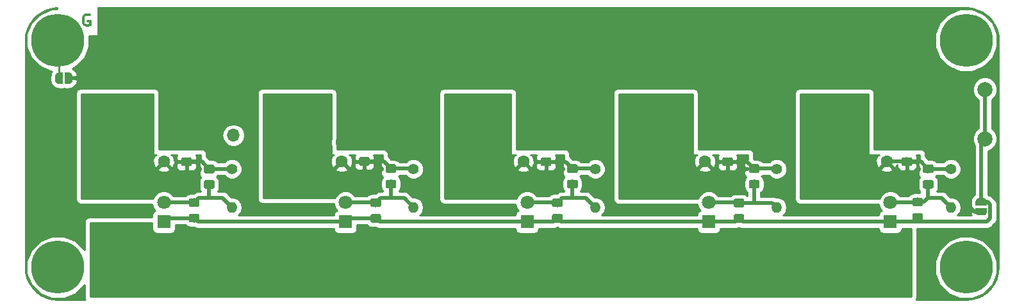
<source format=gbr>
G04 #@! TF.GenerationSoftware,KiCad,Pcbnew,5.0.2+dfsg1-1*
G04 #@! TF.CreationDate,2020-06-21T14:15:28-04:00*
G04 #@! TF.ProjectId,powerpoledist,706f7765-7270-46f6-9c65-646973742e6b,rev?*
G04 #@! TF.SameCoordinates,Original*
G04 #@! TF.FileFunction,Copper,L1,Top*
G04 #@! TF.FilePolarity,Positive*
%FSLAX46Y46*%
G04 Gerber Fmt 4.6, Leading zero omitted, Abs format (unit mm)*
G04 Created by KiCad (PCBNEW 5.0.2+dfsg1-1) date Sun 21 Jun 2020 02:15:28 PM EDT*
%MOMM*%
%LPD*%
G01*
G04 APERTURE LIST*
G04 #@! TA.AperFunction,NonConductor*
%ADD10C,0.300000*%
G04 #@! TD*
G04 #@! TA.AperFunction,SMDPad,CuDef*
%ADD11C,0.500000*%
G04 #@! TD*
G04 #@! TA.AperFunction,Conductor*
%ADD12C,0.020000*%
G04 #@! TD*
G04 #@! TA.AperFunction,SMDPad,CuDef*
%ADD13C,1.150000*%
G04 #@! TD*
G04 #@! TA.AperFunction,ComponentPad*
%ADD14O,5.550000X2.100000*%
G04 #@! TD*
G04 #@! TA.AperFunction,SMDPad,CuDef*
%ADD15R,3.400000X1.600000*%
G04 #@! TD*
G04 #@! TA.AperFunction,ComponentPad*
%ADD16O,2.250000X3.200000*%
G04 #@! TD*
G04 #@! TA.AperFunction,ComponentPad*
%ADD17C,1.800000*%
G04 #@! TD*
G04 #@! TA.AperFunction,ComponentPad*
%ADD18R,1.800000X1.800000*%
G04 #@! TD*
G04 #@! TA.AperFunction,ComponentPad*
%ADD19O,1.400000X1.400000*%
G04 #@! TD*
G04 #@! TA.AperFunction,ComponentPad*
%ADD20C,1.400000*%
G04 #@! TD*
G04 #@! TA.AperFunction,ComponentPad*
%ADD21C,2.000000*%
G04 #@! TD*
G04 #@! TA.AperFunction,ComponentPad*
%ADD22C,1.600000*%
G04 #@! TD*
G04 #@! TA.AperFunction,ComponentPad*
%ADD23C,7.000000*%
G04 #@! TD*
G04 #@! TA.AperFunction,ComponentPad*
%ADD24C,0.800000*%
G04 #@! TD*
G04 #@! TA.AperFunction,ComponentPad*
%ADD25R,1.700000X1.700000*%
G04 #@! TD*
G04 #@! TA.AperFunction,ComponentPad*
%ADD26O,1.700000X1.700000*%
G04 #@! TD*
G04 #@! TA.AperFunction,ViaPad*
%ADD27C,0.800000*%
G04 #@! TD*
G04 #@! TA.AperFunction,Conductor*
%ADD28C,0.500000*%
G04 #@! TD*
G04 #@! TA.AperFunction,Conductor*
%ADD29C,0.250000*%
G04 #@! TD*
G04 #@! TA.AperFunction,Conductor*
%ADD30C,0.254000*%
G04 #@! TD*
G04 APERTURE END LIST*
D10*
X90192857Y-49650000D02*
X90050000Y-49578571D01*
X89835714Y-49578571D01*
X89621428Y-49650000D01*
X89478571Y-49792857D01*
X89407142Y-49935714D01*
X89335714Y-50221428D01*
X89335714Y-50435714D01*
X89407142Y-50721428D01*
X89478571Y-50864285D01*
X89621428Y-51007142D01*
X89835714Y-51078571D01*
X89978571Y-51078571D01*
X90192857Y-51007142D01*
X90264285Y-50935714D01*
X90264285Y-50435714D01*
X89978571Y-50435714D01*
D11*
G04 #@! TO.P,JP101,1*
G04 #@! TO.N,Net-(H4-Pad1)*
X86150000Y-58000000D03*
D12*
G04 #@! TD*
G04 #@! TO.N,Net-(H4-Pad1)*
G04 #@! TO.C,JP101*
G36*
X86650000Y-58750000D02*
X86150000Y-58750000D01*
X86150000Y-58749398D01*
X86125466Y-58749398D01*
X86076635Y-58744588D01*
X86028510Y-58735016D01*
X85981555Y-58720772D01*
X85936222Y-58701995D01*
X85892949Y-58678864D01*
X85852150Y-58651604D01*
X85814221Y-58620476D01*
X85779524Y-58585779D01*
X85748396Y-58547850D01*
X85721136Y-58507051D01*
X85698005Y-58463778D01*
X85679228Y-58418445D01*
X85664984Y-58371490D01*
X85655412Y-58323365D01*
X85650602Y-58274534D01*
X85650602Y-58250000D01*
X85650000Y-58250000D01*
X85650000Y-57750000D01*
X85650602Y-57750000D01*
X85650602Y-57725466D01*
X85655412Y-57676635D01*
X85664984Y-57628510D01*
X85679228Y-57581555D01*
X85698005Y-57536222D01*
X85721136Y-57492949D01*
X85748396Y-57452150D01*
X85779524Y-57414221D01*
X85814221Y-57379524D01*
X85852150Y-57348396D01*
X85892949Y-57321136D01*
X85936222Y-57298005D01*
X85981555Y-57279228D01*
X86028510Y-57264984D01*
X86076635Y-57255412D01*
X86125466Y-57250602D01*
X86150000Y-57250602D01*
X86150000Y-57250000D01*
X86650000Y-57250000D01*
X86650000Y-58750000D01*
X86650000Y-58750000D01*
G37*
D11*
G04 #@! TO.P,JP101,2*
G04 #@! TO.N,GND*
X87450000Y-58000000D03*
D12*
G04 #@! TD*
G04 #@! TO.N,GND*
G04 #@! TO.C,JP101*
G36*
X87450000Y-57250602D02*
X87474534Y-57250602D01*
X87523365Y-57255412D01*
X87571490Y-57264984D01*
X87618445Y-57279228D01*
X87663778Y-57298005D01*
X87707051Y-57321136D01*
X87747850Y-57348396D01*
X87785779Y-57379524D01*
X87820476Y-57414221D01*
X87851604Y-57452150D01*
X87878864Y-57492949D01*
X87901995Y-57536222D01*
X87920772Y-57581555D01*
X87935016Y-57628510D01*
X87944588Y-57676635D01*
X87949398Y-57725466D01*
X87949398Y-57750000D01*
X87950000Y-57750000D01*
X87950000Y-58250000D01*
X87949398Y-58250000D01*
X87949398Y-58274534D01*
X87944588Y-58323365D01*
X87935016Y-58371490D01*
X87920772Y-58418445D01*
X87901995Y-58463778D01*
X87878864Y-58507051D01*
X87851604Y-58547850D01*
X87820476Y-58585779D01*
X87785779Y-58620476D01*
X87747850Y-58651604D01*
X87707051Y-58678864D01*
X87663778Y-58701995D01*
X87618445Y-58720772D01*
X87571490Y-58735016D01*
X87523365Y-58744588D01*
X87474534Y-58749398D01*
X87450000Y-58749398D01*
X87450000Y-58750000D01*
X86950000Y-58750000D01*
X86950000Y-57250000D01*
X87450000Y-57250000D01*
X87450000Y-57250602D01*
X87450000Y-57250602D01*
G37*
G04 #@! TO.N,Net-(D1-Pad1)*
G04 #@! TO.C,D9*
G36*
X200074505Y-75851204D02*
X200098773Y-75854804D01*
X200122572Y-75860765D01*
X200145671Y-75869030D01*
X200167850Y-75879520D01*
X200188893Y-75892132D01*
X200208599Y-75906747D01*
X200226777Y-75923223D01*
X200243253Y-75941401D01*
X200257868Y-75961107D01*
X200270480Y-75982150D01*
X200280970Y-76004329D01*
X200289235Y-76027428D01*
X200295196Y-76051227D01*
X200298796Y-76075495D01*
X200300000Y-76099999D01*
X200300000Y-76750001D01*
X200298796Y-76774505D01*
X200295196Y-76798773D01*
X200289235Y-76822572D01*
X200280970Y-76845671D01*
X200270480Y-76867850D01*
X200257868Y-76888893D01*
X200243253Y-76908599D01*
X200226777Y-76926777D01*
X200208599Y-76943253D01*
X200188893Y-76957868D01*
X200167850Y-76970480D01*
X200145671Y-76980970D01*
X200122572Y-76989235D01*
X200098773Y-76995196D01*
X200074505Y-76998796D01*
X200050001Y-77000000D01*
X199149999Y-77000000D01*
X199125495Y-76998796D01*
X199101227Y-76995196D01*
X199077428Y-76989235D01*
X199054329Y-76980970D01*
X199032150Y-76970480D01*
X199011107Y-76957868D01*
X198991401Y-76943253D01*
X198973223Y-76926777D01*
X198956747Y-76908599D01*
X198942132Y-76888893D01*
X198929520Y-76867850D01*
X198919030Y-76845671D01*
X198910765Y-76822572D01*
X198904804Y-76798773D01*
X198901204Y-76774505D01*
X198900000Y-76750001D01*
X198900000Y-76099999D01*
X198901204Y-76075495D01*
X198904804Y-76051227D01*
X198910765Y-76027428D01*
X198919030Y-76004329D01*
X198929520Y-75982150D01*
X198942132Y-75961107D01*
X198956747Y-75941401D01*
X198973223Y-75923223D01*
X198991401Y-75906747D01*
X199011107Y-75892132D01*
X199032150Y-75879520D01*
X199054329Y-75869030D01*
X199077428Y-75860765D01*
X199101227Y-75854804D01*
X199125495Y-75851204D01*
X199149999Y-75850000D01*
X200050001Y-75850000D01*
X200074505Y-75851204D01*
X200074505Y-75851204D01*
G37*
D13*
G04 #@! TD*
G04 #@! TO.P,D9,1*
G04 #@! TO.N,Net-(D1-Pad1)*
X199600000Y-76425000D03*
D12*
G04 #@! TO.N,Net-(D10-Pad2)*
G04 #@! TO.C,D9*
G36*
X200074505Y-73801204D02*
X200098773Y-73804804D01*
X200122572Y-73810765D01*
X200145671Y-73819030D01*
X200167850Y-73829520D01*
X200188893Y-73842132D01*
X200208599Y-73856747D01*
X200226777Y-73873223D01*
X200243253Y-73891401D01*
X200257868Y-73911107D01*
X200270480Y-73932150D01*
X200280970Y-73954329D01*
X200289235Y-73977428D01*
X200295196Y-74001227D01*
X200298796Y-74025495D01*
X200300000Y-74049999D01*
X200300000Y-74700001D01*
X200298796Y-74724505D01*
X200295196Y-74748773D01*
X200289235Y-74772572D01*
X200280970Y-74795671D01*
X200270480Y-74817850D01*
X200257868Y-74838893D01*
X200243253Y-74858599D01*
X200226777Y-74876777D01*
X200208599Y-74893253D01*
X200188893Y-74907868D01*
X200167850Y-74920480D01*
X200145671Y-74930970D01*
X200122572Y-74939235D01*
X200098773Y-74945196D01*
X200074505Y-74948796D01*
X200050001Y-74950000D01*
X199149999Y-74950000D01*
X199125495Y-74948796D01*
X199101227Y-74945196D01*
X199077428Y-74939235D01*
X199054329Y-74930970D01*
X199032150Y-74920480D01*
X199011107Y-74907868D01*
X198991401Y-74893253D01*
X198973223Y-74876777D01*
X198956747Y-74858599D01*
X198942132Y-74838893D01*
X198929520Y-74817850D01*
X198919030Y-74795671D01*
X198910765Y-74772572D01*
X198904804Y-74748773D01*
X198901204Y-74724505D01*
X198900000Y-74700001D01*
X198900000Y-74049999D01*
X198901204Y-74025495D01*
X198904804Y-74001227D01*
X198910765Y-73977428D01*
X198919030Y-73954329D01*
X198929520Y-73932150D01*
X198942132Y-73911107D01*
X198956747Y-73891401D01*
X198973223Y-73873223D01*
X198991401Y-73856747D01*
X199011107Y-73842132D01*
X199032150Y-73829520D01*
X199054329Y-73819030D01*
X199077428Y-73810765D01*
X199101227Y-73804804D01*
X199125495Y-73801204D01*
X199149999Y-73800000D01*
X200050001Y-73800000D01*
X200074505Y-73801204D01*
X200074505Y-73801204D01*
G37*
D13*
G04 #@! TD*
G04 #@! TO.P,D9,2*
G04 #@! TO.N,Net-(D10-Pad2)*
X199600000Y-74375000D03*
D14*
G04 #@! TO.P,J1,2*
G04 #@! TO.N,GND*
X102700000Y-63200000D03*
G04 #@! TO.P,J1,1*
G04 #@! TO.N,Net-(C1-Pad1)*
X94800000Y-63200000D03*
G04 #@! TD*
G04 #@! TO.P,J2,2*
G04 #@! TO.N,GND*
X126400000Y-63200000D03*
G04 #@! TO.P,J2,1*
G04 #@! TO.N,Net-(C3-Pad1)*
X118500000Y-63200000D03*
G04 #@! TD*
G04 #@! TO.P,J3,2*
G04 #@! TO.N,GND*
X150100000Y-63200000D03*
G04 #@! TO.P,J3,1*
G04 #@! TO.N,Net-(C5-Pad1)*
X142200000Y-63200000D03*
G04 #@! TD*
G04 #@! TO.P,J4,2*
G04 #@! TO.N,GND*
X173800000Y-63200000D03*
G04 #@! TO.P,J4,1*
G04 #@! TO.N,Net-(C7-Pad1)*
X165900000Y-63200000D03*
G04 #@! TD*
G04 #@! TO.P,J5,2*
G04 #@! TO.N,GND*
X197500000Y-63200000D03*
G04 #@! TO.P,J5,1*
G04 #@! TO.N,Net-(C10-Pad1)*
X189600000Y-63200000D03*
G04 #@! TD*
D15*
G04 #@! TO.P,F1,2*
G04 #@! TO.N,+12V*
X94300000Y-81630000D03*
G04 #@! TO.P,F1,1*
G04 #@! TO.N,Net-(C1-Pad1)*
X94200000Y-70300000D03*
D16*
G04 #@! TO.P,F1,2*
G04 #@! TO.N,+12V*
X92600000Y-80830000D03*
X96000000Y-80830000D03*
G04 #@! TO.P,F1,1*
G04 #@! TO.N,Net-(C1-Pad1)*
X92600000Y-71100000D03*
X96000000Y-71100000D03*
G04 #@! TD*
D15*
G04 #@! TO.P,F2,2*
G04 #@! TO.N,+12V*
X118300000Y-81530000D03*
G04 #@! TO.P,F2,1*
G04 #@! TO.N,Net-(C3-Pad1)*
X118200000Y-70200000D03*
D16*
G04 #@! TO.P,F2,2*
G04 #@! TO.N,+12V*
X116600000Y-80730000D03*
X120000000Y-80730000D03*
G04 #@! TO.P,F2,1*
G04 #@! TO.N,Net-(C3-Pad1)*
X116600000Y-71000000D03*
X120000000Y-71000000D03*
G04 #@! TD*
D15*
G04 #@! TO.P,F3,2*
G04 #@! TO.N,+12V*
X142300000Y-81530000D03*
G04 #@! TO.P,F3,1*
G04 #@! TO.N,Net-(C5-Pad1)*
X142200000Y-70200000D03*
D16*
G04 #@! TO.P,F3,2*
G04 #@! TO.N,+12V*
X140600000Y-80730000D03*
X144000000Y-80730000D03*
G04 #@! TO.P,F3,1*
G04 #@! TO.N,Net-(C5-Pad1)*
X140600000Y-71000000D03*
X144000000Y-71000000D03*
G04 #@! TD*
D15*
G04 #@! TO.P,F4,2*
G04 #@! TO.N,+12V*
X166300000Y-81530000D03*
G04 #@! TO.P,F4,1*
G04 #@! TO.N,Net-(C7-Pad1)*
X166200000Y-70200000D03*
D16*
G04 #@! TO.P,F4,2*
G04 #@! TO.N,+12V*
X164600000Y-80730000D03*
X168000000Y-80730000D03*
G04 #@! TO.P,F4,1*
G04 #@! TO.N,Net-(C7-Pad1)*
X164600000Y-71000000D03*
X168000000Y-71000000D03*
G04 #@! TD*
D15*
G04 #@! TO.P,F5,2*
G04 #@! TO.N,+12V*
X190300000Y-81530000D03*
G04 #@! TO.P,F5,1*
G04 #@! TO.N,Net-(C10-Pad1)*
X190200000Y-70200000D03*
D16*
G04 #@! TO.P,F5,2*
G04 #@! TO.N,+12V*
X188600000Y-80730000D03*
X192000000Y-80730000D03*
G04 #@! TO.P,F5,1*
G04 #@! TO.N,Net-(C10-Pad1)*
X188600000Y-71000000D03*
X192000000Y-71000000D03*
G04 #@! TD*
D12*
G04 #@! TO.N,Net-(C3-Pad1)*
G04 #@! TO.C,R3*
G36*
X130474505Y-69376204D02*
X130498773Y-69379804D01*
X130522572Y-69385765D01*
X130545671Y-69394030D01*
X130567850Y-69404520D01*
X130588893Y-69417132D01*
X130608599Y-69431747D01*
X130626777Y-69448223D01*
X130643253Y-69466401D01*
X130657868Y-69486107D01*
X130670480Y-69507150D01*
X130680970Y-69529329D01*
X130689235Y-69552428D01*
X130695196Y-69576227D01*
X130698796Y-69600495D01*
X130700000Y-69624999D01*
X130700000Y-70275001D01*
X130698796Y-70299505D01*
X130695196Y-70323773D01*
X130689235Y-70347572D01*
X130680970Y-70370671D01*
X130670480Y-70392850D01*
X130657868Y-70413893D01*
X130643253Y-70433599D01*
X130626777Y-70451777D01*
X130608599Y-70468253D01*
X130588893Y-70482868D01*
X130567850Y-70495480D01*
X130545671Y-70505970D01*
X130522572Y-70514235D01*
X130498773Y-70520196D01*
X130474505Y-70523796D01*
X130450001Y-70525000D01*
X129549999Y-70525000D01*
X129525495Y-70523796D01*
X129501227Y-70520196D01*
X129477428Y-70514235D01*
X129454329Y-70505970D01*
X129432150Y-70495480D01*
X129411107Y-70482868D01*
X129391401Y-70468253D01*
X129373223Y-70451777D01*
X129356747Y-70433599D01*
X129342132Y-70413893D01*
X129329520Y-70392850D01*
X129319030Y-70370671D01*
X129310765Y-70347572D01*
X129304804Y-70323773D01*
X129301204Y-70299505D01*
X129300000Y-70275001D01*
X129300000Y-69624999D01*
X129301204Y-69600495D01*
X129304804Y-69576227D01*
X129310765Y-69552428D01*
X129319030Y-69529329D01*
X129329520Y-69507150D01*
X129342132Y-69486107D01*
X129356747Y-69466401D01*
X129373223Y-69448223D01*
X129391401Y-69431747D01*
X129411107Y-69417132D01*
X129432150Y-69404520D01*
X129454329Y-69394030D01*
X129477428Y-69385765D01*
X129501227Y-69379804D01*
X129525495Y-69376204D01*
X129549999Y-69375000D01*
X130450001Y-69375000D01*
X130474505Y-69376204D01*
X130474505Y-69376204D01*
G37*
D13*
G04 #@! TD*
G04 #@! TO.P,R3,1*
G04 #@! TO.N,Net-(C3-Pad1)*
X130000000Y-69950000D03*
D12*
G04 #@! TO.N,Net-(D3-Pad2)*
G04 #@! TO.C,R3*
G36*
X130474505Y-71426204D02*
X130498773Y-71429804D01*
X130522572Y-71435765D01*
X130545671Y-71444030D01*
X130567850Y-71454520D01*
X130588893Y-71467132D01*
X130608599Y-71481747D01*
X130626777Y-71498223D01*
X130643253Y-71516401D01*
X130657868Y-71536107D01*
X130670480Y-71557150D01*
X130680970Y-71579329D01*
X130689235Y-71602428D01*
X130695196Y-71626227D01*
X130698796Y-71650495D01*
X130700000Y-71674999D01*
X130700000Y-72325001D01*
X130698796Y-72349505D01*
X130695196Y-72373773D01*
X130689235Y-72397572D01*
X130680970Y-72420671D01*
X130670480Y-72442850D01*
X130657868Y-72463893D01*
X130643253Y-72483599D01*
X130626777Y-72501777D01*
X130608599Y-72518253D01*
X130588893Y-72532868D01*
X130567850Y-72545480D01*
X130545671Y-72555970D01*
X130522572Y-72564235D01*
X130498773Y-72570196D01*
X130474505Y-72573796D01*
X130450001Y-72575000D01*
X129549999Y-72575000D01*
X129525495Y-72573796D01*
X129501227Y-72570196D01*
X129477428Y-72564235D01*
X129454329Y-72555970D01*
X129432150Y-72545480D01*
X129411107Y-72532868D01*
X129391401Y-72518253D01*
X129373223Y-72501777D01*
X129356747Y-72483599D01*
X129342132Y-72463893D01*
X129329520Y-72442850D01*
X129319030Y-72420671D01*
X129310765Y-72397572D01*
X129304804Y-72373773D01*
X129301204Y-72349505D01*
X129300000Y-72325001D01*
X129300000Y-71674999D01*
X129301204Y-71650495D01*
X129304804Y-71626227D01*
X129310765Y-71602428D01*
X129319030Y-71579329D01*
X129329520Y-71557150D01*
X129342132Y-71536107D01*
X129356747Y-71516401D01*
X129373223Y-71498223D01*
X129391401Y-71481747D01*
X129411107Y-71467132D01*
X129432150Y-71454520D01*
X129454329Y-71444030D01*
X129477428Y-71435765D01*
X129501227Y-71429804D01*
X129525495Y-71426204D01*
X129549999Y-71425000D01*
X130450001Y-71425000D01*
X130474505Y-71426204D01*
X130474505Y-71426204D01*
G37*
D13*
G04 #@! TD*
G04 #@! TO.P,R3,2*
G04 #@! TO.N,Net-(D3-Pad2)*
X130000000Y-72000000D03*
D12*
G04 #@! TO.N,Net-(C10-Pad1)*
G04 #@! TO.C,R9*
G36*
X201474505Y-69401204D02*
X201498773Y-69404804D01*
X201522572Y-69410765D01*
X201545671Y-69419030D01*
X201567850Y-69429520D01*
X201588893Y-69442132D01*
X201608599Y-69456747D01*
X201626777Y-69473223D01*
X201643253Y-69491401D01*
X201657868Y-69511107D01*
X201670480Y-69532150D01*
X201680970Y-69554329D01*
X201689235Y-69577428D01*
X201695196Y-69601227D01*
X201698796Y-69625495D01*
X201700000Y-69649999D01*
X201700000Y-70300001D01*
X201698796Y-70324505D01*
X201695196Y-70348773D01*
X201689235Y-70372572D01*
X201680970Y-70395671D01*
X201670480Y-70417850D01*
X201657868Y-70438893D01*
X201643253Y-70458599D01*
X201626777Y-70476777D01*
X201608599Y-70493253D01*
X201588893Y-70507868D01*
X201567850Y-70520480D01*
X201545671Y-70530970D01*
X201522572Y-70539235D01*
X201498773Y-70545196D01*
X201474505Y-70548796D01*
X201450001Y-70550000D01*
X200549999Y-70550000D01*
X200525495Y-70548796D01*
X200501227Y-70545196D01*
X200477428Y-70539235D01*
X200454329Y-70530970D01*
X200432150Y-70520480D01*
X200411107Y-70507868D01*
X200391401Y-70493253D01*
X200373223Y-70476777D01*
X200356747Y-70458599D01*
X200342132Y-70438893D01*
X200329520Y-70417850D01*
X200319030Y-70395671D01*
X200310765Y-70372572D01*
X200304804Y-70348773D01*
X200301204Y-70324505D01*
X200300000Y-70300001D01*
X200300000Y-69649999D01*
X200301204Y-69625495D01*
X200304804Y-69601227D01*
X200310765Y-69577428D01*
X200319030Y-69554329D01*
X200329520Y-69532150D01*
X200342132Y-69511107D01*
X200356747Y-69491401D01*
X200373223Y-69473223D01*
X200391401Y-69456747D01*
X200411107Y-69442132D01*
X200432150Y-69429520D01*
X200454329Y-69419030D01*
X200477428Y-69410765D01*
X200501227Y-69404804D01*
X200525495Y-69401204D01*
X200549999Y-69400000D01*
X201450001Y-69400000D01*
X201474505Y-69401204D01*
X201474505Y-69401204D01*
G37*
D13*
G04 #@! TD*
G04 #@! TO.P,R9,1*
G04 #@! TO.N,Net-(C10-Pad1)*
X201000000Y-69975000D03*
D12*
G04 #@! TO.N,Net-(D10-Pad2)*
G04 #@! TO.C,R9*
G36*
X201474505Y-71451204D02*
X201498773Y-71454804D01*
X201522572Y-71460765D01*
X201545671Y-71469030D01*
X201567850Y-71479520D01*
X201588893Y-71492132D01*
X201608599Y-71506747D01*
X201626777Y-71523223D01*
X201643253Y-71541401D01*
X201657868Y-71561107D01*
X201670480Y-71582150D01*
X201680970Y-71604329D01*
X201689235Y-71627428D01*
X201695196Y-71651227D01*
X201698796Y-71675495D01*
X201700000Y-71699999D01*
X201700000Y-72350001D01*
X201698796Y-72374505D01*
X201695196Y-72398773D01*
X201689235Y-72422572D01*
X201680970Y-72445671D01*
X201670480Y-72467850D01*
X201657868Y-72488893D01*
X201643253Y-72508599D01*
X201626777Y-72526777D01*
X201608599Y-72543253D01*
X201588893Y-72557868D01*
X201567850Y-72570480D01*
X201545671Y-72580970D01*
X201522572Y-72589235D01*
X201498773Y-72595196D01*
X201474505Y-72598796D01*
X201450001Y-72600000D01*
X200549999Y-72600000D01*
X200525495Y-72598796D01*
X200501227Y-72595196D01*
X200477428Y-72589235D01*
X200454329Y-72580970D01*
X200432150Y-72570480D01*
X200411107Y-72557868D01*
X200391401Y-72543253D01*
X200373223Y-72526777D01*
X200356747Y-72508599D01*
X200342132Y-72488893D01*
X200329520Y-72467850D01*
X200319030Y-72445671D01*
X200310765Y-72422572D01*
X200304804Y-72398773D01*
X200301204Y-72374505D01*
X200300000Y-72350001D01*
X200300000Y-71699999D01*
X200301204Y-71675495D01*
X200304804Y-71651227D01*
X200310765Y-71627428D01*
X200319030Y-71604329D01*
X200329520Y-71582150D01*
X200342132Y-71561107D01*
X200356747Y-71541401D01*
X200373223Y-71523223D01*
X200391401Y-71506747D01*
X200411107Y-71492132D01*
X200432150Y-71479520D01*
X200454329Y-71469030D01*
X200477428Y-71460765D01*
X200501227Y-71454804D01*
X200525495Y-71451204D01*
X200549999Y-71450000D01*
X201450001Y-71450000D01*
X201474505Y-71451204D01*
X201474505Y-71451204D01*
G37*
D13*
G04 #@! TD*
G04 #@! TO.P,R9,2*
G04 #@! TO.N,Net-(D10-Pad2)*
X201000000Y-72025000D03*
D17*
G04 #@! TO.P,D4,2*
G04 #@! TO.N,Net-(D3-Pad2)*
X124000000Y-74460000D03*
D18*
G04 #@! TO.P,D4,1*
G04 #@! TO.N,Net-(D1-Pad1)*
X124000000Y-77000000D03*
G04 #@! TD*
G04 #@! TO.P,D10,1*
G04 #@! TO.N,Net-(D1-Pad1)*
X196000000Y-77000000D03*
D17*
G04 #@! TO.P,D10,2*
G04 #@! TO.N,Net-(D10-Pad2)*
X196000000Y-74460000D03*
G04 #@! TD*
D18*
G04 #@! TO.P,D2,1*
G04 #@! TO.N,Net-(D1-Pad1)*
X100000000Y-77000000D03*
D17*
G04 #@! TO.P,D2,2*
G04 #@! TO.N,Net-(D1-Pad2)*
X100000000Y-74460000D03*
G04 #@! TD*
G04 #@! TO.P,D6,2*
G04 #@! TO.N,Net-(D5-Pad2)*
X148000000Y-74460000D03*
D18*
G04 #@! TO.P,D6,1*
G04 #@! TO.N,Net-(D1-Pad1)*
X148000000Y-77000000D03*
G04 #@! TD*
G04 #@! TO.P,D8,1*
G04 #@! TO.N,Net-(D1-Pad1)*
X172000000Y-77000000D03*
D17*
G04 #@! TO.P,D8,2*
G04 #@! TO.N,Net-(D7-Pad2)*
X172000000Y-74460000D03*
G04 #@! TD*
D12*
G04 #@! TO.N,Net-(D1-Pad2)*
G04 #@! TO.C,R1*
G36*
X106474505Y-71476204D02*
X106498773Y-71479804D01*
X106522572Y-71485765D01*
X106545671Y-71494030D01*
X106567850Y-71504520D01*
X106588893Y-71517132D01*
X106608599Y-71531747D01*
X106626777Y-71548223D01*
X106643253Y-71566401D01*
X106657868Y-71586107D01*
X106670480Y-71607150D01*
X106680970Y-71629329D01*
X106689235Y-71652428D01*
X106695196Y-71676227D01*
X106698796Y-71700495D01*
X106700000Y-71724999D01*
X106700000Y-72375001D01*
X106698796Y-72399505D01*
X106695196Y-72423773D01*
X106689235Y-72447572D01*
X106680970Y-72470671D01*
X106670480Y-72492850D01*
X106657868Y-72513893D01*
X106643253Y-72533599D01*
X106626777Y-72551777D01*
X106608599Y-72568253D01*
X106588893Y-72582868D01*
X106567850Y-72595480D01*
X106545671Y-72605970D01*
X106522572Y-72614235D01*
X106498773Y-72620196D01*
X106474505Y-72623796D01*
X106450001Y-72625000D01*
X105549999Y-72625000D01*
X105525495Y-72623796D01*
X105501227Y-72620196D01*
X105477428Y-72614235D01*
X105454329Y-72605970D01*
X105432150Y-72595480D01*
X105411107Y-72582868D01*
X105391401Y-72568253D01*
X105373223Y-72551777D01*
X105356747Y-72533599D01*
X105342132Y-72513893D01*
X105329520Y-72492850D01*
X105319030Y-72470671D01*
X105310765Y-72447572D01*
X105304804Y-72423773D01*
X105301204Y-72399505D01*
X105300000Y-72375001D01*
X105300000Y-71724999D01*
X105301204Y-71700495D01*
X105304804Y-71676227D01*
X105310765Y-71652428D01*
X105319030Y-71629329D01*
X105329520Y-71607150D01*
X105342132Y-71586107D01*
X105356747Y-71566401D01*
X105373223Y-71548223D01*
X105391401Y-71531747D01*
X105411107Y-71517132D01*
X105432150Y-71504520D01*
X105454329Y-71494030D01*
X105477428Y-71485765D01*
X105501227Y-71479804D01*
X105525495Y-71476204D01*
X105549999Y-71475000D01*
X106450001Y-71475000D01*
X106474505Y-71476204D01*
X106474505Y-71476204D01*
G37*
D13*
G04 #@! TD*
G04 #@! TO.P,R1,2*
G04 #@! TO.N,Net-(D1-Pad2)*
X106000000Y-72050000D03*
D12*
G04 #@! TO.N,Net-(C1-Pad1)*
G04 #@! TO.C,R1*
G36*
X106474505Y-69426204D02*
X106498773Y-69429804D01*
X106522572Y-69435765D01*
X106545671Y-69444030D01*
X106567850Y-69454520D01*
X106588893Y-69467132D01*
X106608599Y-69481747D01*
X106626777Y-69498223D01*
X106643253Y-69516401D01*
X106657868Y-69536107D01*
X106670480Y-69557150D01*
X106680970Y-69579329D01*
X106689235Y-69602428D01*
X106695196Y-69626227D01*
X106698796Y-69650495D01*
X106700000Y-69674999D01*
X106700000Y-70325001D01*
X106698796Y-70349505D01*
X106695196Y-70373773D01*
X106689235Y-70397572D01*
X106680970Y-70420671D01*
X106670480Y-70442850D01*
X106657868Y-70463893D01*
X106643253Y-70483599D01*
X106626777Y-70501777D01*
X106608599Y-70518253D01*
X106588893Y-70532868D01*
X106567850Y-70545480D01*
X106545671Y-70555970D01*
X106522572Y-70564235D01*
X106498773Y-70570196D01*
X106474505Y-70573796D01*
X106450001Y-70575000D01*
X105549999Y-70575000D01*
X105525495Y-70573796D01*
X105501227Y-70570196D01*
X105477428Y-70564235D01*
X105454329Y-70555970D01*
X105432150Y-70545480D01*
X105411107Y-70532868D01*
X105391401Y-70518253D01*
X105373223Y-70501777D01*
X105356747Y-70483599D01*
X105342132Y-70463893D01*
X105329520Y-70442850D01*
X105319030Y-70420671D01*
X105310765Y-70397572D01*
X105304804Y-70373773D01*
X105301204Y-70349505D01*
X105300000Y-70325001D01*
X105300000Y-69674999D01*
X105301204Y-69650495D01*
X105304804Y-69626227D01*
X105310765Y-69602428D01*
X105319030Y-69579329D01*
X105329520Y-69557150D01*
X105342132Y-69536107D01*
X105356747Y-69516401D01*
X105373223Y-69498223D01*
X105391401Y-69481747D01*
X105411107Y-69467132D01*
X105432150Y-69454520D01*
X105454329Y-69444030D01*
X105477428Y-69435765D01*
X105501227Y-69429804D01*
X105525495Y-69426204D01*
X105549999Y-69425000D01*
X106450001Y-69425000D01*
X106474505Y-69426204D01*
X106474505Y-69426204D01*
G37*
D13*
G04 #@! TD*
G04 #@! TO.P,R1,1*
G04 #@! TO.N,Net-(C1-Pad1)*
X106000000Y-70000000D03*
D19*
G04 #@! TO.P,R2,2*
G04 #@! TO.N,Net-(D1-Pad2)*
X109000000Y-75080000D03*
D20*
G04 #@! TO.P,R2,1*
G04 #@! TO.N,Net-(C1-Pad1)*
X109000000Y-70000000D03*
G04 #@! TD*
G04 #@! TO.P,R4,1*
G04 #@! TO.N,Net-(C3-Pad1)*
X133000000Y-70000000D03*
D19*
G04 #@! TO.P,R4,2*
G04 #@! TO.N,Net-(D3-Pad2)*
X133000000Y-75080000D03*
G04 #@! TD*
D12*
G04 #@! TO.N,Net-(C5-Pad1)*
G04 #@! TO.C,R5*
G36*
X154474505Y-69376204D02*
X154498773Y-69379804D01*
X154522572Y-69385765D01*
X154545671Y-69394030D01*
X154567850Y-69404520D01*
X154588893Y-69417132D01*
X154608599Y-69431747D01*
X154626777Y-69448223D01*
X154643253Y-69466401D01*
X154657868Y-69486107D01*
X154670480Y-69507150D01*
X154680970Y-69529329D01*
X154689235Y-69552428D01*
X154695196Y-69576227D01*
X154698796Y-69600495D01*
X154700000Y-69624999D01*
X154700000Y-70275001D01*
X154698796Y-70299505D01*
X154695196Y-70323773D01*
X154689235Y-70347572D01*
X154680970Y-70370671D01*
X154670480Y-70392850D01*
X154657868Y-70413893D01*
X154643253Y-70433599D01*
X154626777Y-70451777D01*
X154608599Y-70468253D01*
X154588893Y-70482868D01*
X154567850Y-70495480D01*
X154545671Y-70505970D01*
X154522572Y-70514235D01*
X154498773Y-70520196D01*
X154474505Y-70523796D01*
X154450001Y-70525000D01*
X153549999Y-70525000D01*
X153525495Y-70523796D01*
X153501227Y-70520196D01*
X153477428Y-70514235D01*
X153454329Y-70505970D01*
X153432150Y-70495480D01*
X153411107Y-70482868D01*
X153391401Y-70468253D01*
X153373223Y-70451777D01*
X153356747Y-70433599D01*
X153342132Y-70413893D01*
X153329520Y-70392850D01*
X153319030Y-70370671D01*
X153310765Y-70347572D01*
X153304804Y-70323773D01*
X153301204Y-70299505D01*
X153300000Y-70275001D01*
X153300000Y-69624999D01*
X153301204Y-69600495D01*
X153304804Y-69576227D01*
X153310765Y-69552428D01*
X153319030Y-69529329D01*
X153329520Y-69507150D01*
X153342132Y-69486107D01*
X153356747Y-69466401D01*
X153373223Y-69448223D01*
X153391401Y-69431747D01*
X153411107Y-69417132D01*
X153432150Y-69404520D01*
X153454329Y-69394030D01*
X153477428Y-69385765D01*
X153501227Y-69379804D01*
X153525495Y-69376204D01*
X153549999Y-69375000D01*
X154450001Y-69375000D01*
X154474505Y-69376204D01*
X154474505Y-69376204D01*
G37*
D13*
G04 #@! TD*
G04 #@! TO.P,R5,1*
G04 #@! TO.N,Net-(C5-Pad1)*
X154000000Y-69950000D03*
D12*
G04 #@! TO.N,Net-(D5-Pad2)*
G04 #@! TO.C,R5*
G36*
X154474505Y-71426204D02*
X154498773Y-71429804D01*
X154522572Y-71435765D01*
X154545671Y-71444030D01*
X154567850Y-71454520D01*
X154588893Y-71467132D01*
X154608599Y-71481747D01*
X154626777Y-71498223D01*
X154643253Y-71516401D01*
X154657868Y-71536107D01*
X154670480Y-71557150D01*
X154680970Y-71579329D01*
X154689235Y-71602428D01*
X154695196Y-71626227D01*
X154698796Y-71650495D01*
X154700000Y-71674999D01*
X154700000Y-72325001D01*
X154698796Y-72349505D01*
X154695196Y-72373773D01*
X154689235Y-72397572D01*
X154680970Y-72420671D01*
X154670480Y-72442850D01*
X154657868Y-72463893D01*
X154643253Y-72483599D01*
X154626777Y-72501777D01*
X154608599Y-72518253D01*
X154588893Y-72532868D01*
X154567850Y-72545480D01*
X154545671Y-72555970D01*
X154522572Y-72564235D01*
X154498773Y-72570196D01*
X154474505Y-72573796D01*
X154450001Y-72575000D01*
X153549999Y-72575000D01*
X153525495Y-72573796D01*
X153501227Y-72570196D01*
X153477428Y-72564235D01*
X153454329Y-72555970D01*
X153432150Y-72545480D01*
X153411107Y-72532868D01*
X153391401Y-72518253D01*
X153373223Y-72501777D01*
X153356747Y-72483599D01*
X153342132Y-72463893D01*
X153329520Y-72442850D01*
X153319030Y-72420671D01*
X153310765Y-72397572D01*
X153304804Y-72373773D01*
X153301204Y-72349505D01*
X153300000Y-72325001D01*
X153300000Y-71674999D01*
X153301204Y-71650495D01*
X153304804Y-71626227D01*
X153310765Y-71602428D01*
X153319030Y-71579329D01*
X153329520Y-71557150D01*
X153342132Y-71536107D01*
X153356747Y-71516401D01*
X153373223Y-71498223D01*
X153391401Y-71481747D01*
X153411107Y-71467132D01*
X153432150Y-71454520D01*
X153454329Y-71444030D01*
X153477428Y-71435765D01*
X153501227Y-71429804D01*
X153525495Y-71426204D01*
X153549999Y-71425000D01*
X154450001Y-71425000D01*
X154474505Y-71426204D01*
X154474505Y-71426204D01*
G37*
D13*
G04 #@! TD*
G04 #@! TO.P,R5,2*
G04 #@! TO.N,Net-(D5-Pad2)*
X154000000Y-72000000D03*
D20*
G04 #@! TO.P,R6,1*
G04 #@! TO.N,Net-(C5-Pad1)*
X157000000Y-70000000D03*
D19*
G04 #@! TO.P,R6,2*
G04 #@! TO.N,Net-(D5-Pad2)*
X157000000Y-75080000D03*
G04 #@! TD*
D12*
G04 #@! TO.N,Net-(C7-Pad1)*
G04 #@! TO.C,R7*
G36*
X178474505Y-69376204D02*
X178498773Y-69379804D01*
X178522572Y-69385765D01*
X178545671Y-69394030D01*
X178567850Y-69404520D01*
X178588893Y-69417132D01*
X178608599Y-69431747D01*
X178626777Y-69448223D01*
X178643253Y-69466401D01*
X178657868Y-69486107D01*
X178670480Y-69507150D01*
X178680970Y-69529329D01*
X178689235Y-69552428D01*
X178695196Y-69576227D01*
X178698796Y-69600495D01*
X178700000Y-69624999D01*
X178700000Y-70275001D01*
X178698796Y-70299505D01*
X178695196Y-70323773D01*
X178689235Y-70347572D01*
X178680970Y-70370671D01*
X178670480Y-70392850D01*
X178657868Y-70413893D01*
X178643253Y-70433599D01*
X178626777Y-70451777D01*
X178608599Y-70468253D01*
X178588893Y-70482868D01*
X178567850Y-70495480D01*
X178545671Y-70505970D01*
X178522572Y-70514235D01*
X178498773Y-70520196D01*
X178474505Y-70523796D01*
X178450001Y-70525000D01*
X177549999Y-70525000D01*
X177525495Y-70523796D01*
X177501227Y-70520196D01*
X177477428Y-70514235D01*
X177454329Y-70505970D01*
X177432150Y-70495480D01*
X177411107Y-70482868D01*
X177391401Y-70468253D01*
X177373223Y-70451777D01*
X177356747Y-70433599D01*
X177342132Y-70413893D01*
X177329520Y-70392850D01*
X177319030Y-70370671D01*
X177310765Y-70347572D01*
X177304804Y-70323773D01*
X177301204Y-70299505D01*
X177300000Y-70275001D01*
X177300000Y-69624999D01*
X177301204Y-69600495D01*
X177304804Y-69576227D01*
X177310765Y-69552428D01*
X177319030Y-69529329D01*
X177329520Y-69507150D01*
X177342132Y-69486107D01*
X177356747Y-69466401D01*
X177373223Y-69448223D01*
X177391401Y-69431747D01*
X177411107Y-69417132D01*
X177432150Y-69404520D01*
X177454329Y-69394030D01*
X177477428Y-69385765D01*
X177501227Y-69379804D01*
X177525495Y-69376204D01*
X177549999Y-69375000D01*
X178450001Y-69375000D01*
X178474505Y-69376204D01*
X178474505Y-69376204D01*
G37*
D13*
G04 #@! TD*
G04 #@! TO.P,R7,1*
G04 #@! TO.N,Net-(C7-Pad1)*
X178000000Y-69950000D03*
D12*
G04 #@! TO.N,Net-(D7-Pad2)*
G04 #@! TO.C,R7*
G36*
X178474505Y-71426204D02*
X178498773Y-71429804D01*
X178522572Y-71435765D01*
X178545671Y-71444030D01*
X178567850Y-71454520D01*
X178588893Y-71467132D01*
X178608599Y-71481747D01*
X178626777Y-71498223D01*
X178643253Y-71516401D01*
X178657868Y-71536107D01*
X178670480Y-71557150D01*
X178680970Y-71579329D01*
X178689235Y-71602428D01*
X178695196Y-71626227D01*
X178698796Y-71650495D01*
X178700000Y-71674999D01*
X178700000Y-72325001D01*
X178698796Y-72349505D01*
X178695196Y-72373773D01*
X178689235Y-72397572D01*
X178680970Y-72420671D01*
X178670480Y-72442850D01*
X178657868Y-72463893D01*
X178643253Y-72483599D01*
X178626777Y-72501777D01*
X178608599Y-72518253D01*
X178588893Y-72532868D01*
X178567850Y-72545480D01*
X178545671Y-72555970D01*
X178522572Y-72564235D01*
X178498773Y-72570196D01*
X178474505Y-72573796D01*
X178450001Y-72575000D01*
X177549999Y-72575000D01*
X177525495Y-72573796D01*
X177501227Y-72570196D01*
X177477428Y-72564235D01*
X177454329Y-72555970D01*
X177432150Y-72545480D01*
X177411107Y-72532868D01*
X177391401Y-72518253D01*
X177373223Y-72501777D01*
X177356747Y-72483599D01*
X177342132Y-72463893D01*
X177329520Y-72442850D01*
X177319030Y-72420671D01*
X177310765Y-72397572D01*
X177304804Y-72373773D01*
X177301204Y-72349505D01*
X177300000Y-72325001D01*
X177300000Y-71674999D01*
X177301204Y-71650495D01*
X177304804Y-71626227D01*
X177310765Y-71602428D01*
X177319030Y-71579329D01*
X177329520Y-71557150D01*
X177342132Y-71536107D01*
X177356747Y-71516401D01*
X177373223Y-71498223D01*
X177391401Y-71481747D01*
X177411107Y-71467132D01*
X177432150Y-71454520D01*
X177454329Y-71444030D01*
X177477428Y-71435765D01*
X177501227Y-71429804D01*
X177525495Y-71426204D01*
X177549999Y-71425000D01*
X178450001Y-71425000D01*
X178474505Y-71426204D01*
X178474505Y-71426204D01*
G37*
D13*
G04 #@! TD*
G04 #@! TO.P,R7,2*
G04 #@! TO.N,Net-(D7-Pad2)*
X178000000Y-72000000D03*
D19*
G04 #@! TO.P,R8,2*
G04 #@! TO.N,Net-(D7-Pad2)*
X181000000Y-75080000D03*
D20*
G04 #@! TO.P,R8,1*
G04 #@! TO.N,Net-(C7-Pad1)*
X181000000Y-70000000D03*
G04 #@! TD*
G04 #@! TO.P,R10,1*
G04 #@! TO.N,Net-(C10-Pad1)*
X204000000Y-70000000D03*
D19*
G04 #@! TO.P,R10,2*
G04 #@! TO.N,Net-(D10-Pad2)*
X204000000Y-75080000D03*
G04 #@! TD*
D21*
G04 #@! TO.P,SW1,2*
G04 #@! TO.N,Net-(D1-Pad1)*
X208500000Y-66000000D03*
G04 #@! TO.P,SW1,1*
G04 #@! TO.N,GND*
X204000000Y-66000000D03*
G04 #@! TO.P,SW1,2*
G04 #@! TO.N,Net-(D1-Pad1)*
X208500000Y-59500000D03*
G04 #@! TO.P,SW1,1*
G04 #@! TO.N,GND*
X204000000Y-59500000D03*
G04 #@! TD*
D11*
G04 #@! TO.P,JP1,1*
G04 #@! TO.N,GND*
X208000000Y-75650000D03*
D12*
G04 #@! TD*
G04 #@! TO.N,GND*
G04 #@! TO.C,JP1*
G36*
X208750000Y-75150000D02*
X208750000Y-75650000D01*
X208749398Y-75650000D01*
X208749398Y-75674534D01*
X208744588Y-75723365D01*
X208735016Y-75771490D01*
X208720772Y-75818445D01*
X208701995Y-75863778D01*
X208678864Y-75907051D01*
X208651604Y-75947850D01*
X208620476Y-75985779D01*
X208585779Y-76020476D01*
X208547850Y-76051604D01*
X208507051Y-76078864D01*
X208463778Y-76101995D01*
X208418445Y-76120772D01*
X208371490Y-76135016D01*
X208323365Y-76144588D01*
X208274534Y-76149398D01*
X208250000Y-76149398D01*
X208250000Y-76150000D01*
X207750000Y-76150000D01*
X207750000Y-76149398D01*
X207725466Y-76149398D01*
X207676635Y-76144588D01*
X207628510Y-76135016D01*
X207581555Y-76120772D01*
X207536222Y-76101995D01*
X207492949Y-76078864D01*
X207452150Y-76051604D01*
X207414221Y-76020476D01*
X207379524Y-75985779D01*
X207348396Y-75947850D01*
X207321136Y-75907051D01*
X207298005Y-75863778D01*
X207279228Y-75818445D01*
X207264984Y-75771490D01*
X207255412Y-75723365D01*
X207250602Y-75674534D01*
X207250602Y-75650000D01*
X207250000Y-75650000D01*
X207250000Y-75150000D01*
X208750000Y-75150000D01*
X208750000Y-75150000D01*
G37*
D11*
G04 #@! TO.P,JP1,2*
G04 #@! TO.N,Net-(D1-Pad1)*
X208000000Y-74350000D03*
D12*
G04 #@! TD*
G04 #@! TO.N,Net-(D1-Pad1)*
G04 #@! TO.C,JP1*
G36*
X207250602Y-74350000D02*
X207250602Y-74325466D01*
X207255412Y-74276635D01*
X207264984Y-74228510D01*
X207279228Y-74181555D01*
X207298005Y-74136222D01*
X207321136Y-74092949D01*
X207348396Y-74052150D01*
X207379524Y-74014221D01*
X207414221Y-73979524D01*
X207452150Y-73948396D01*
X207492949Y-73921136D01*
X207536222Y-73898005D01*
X207581555Y-73879228D01*
X207628510Y-73864984D01*
X207676635Y-73855412D01*
X207725466Y-73850602D01*
X207750000Y-73850602D01*
X207750000Y-73850000D01*
X208250000Y-73850000D01*
X208250000Y-73850602D01*
X208274534Y-73850602D01*
X208323365Y-73855412D01*
X208371490Y-73864984D01*
X208418445Y-73879228D01*
X208463778Y-73898005D01*
X208507051Y-73921136D01*
X208547850Y-73948396D01*
X208585779Y-73979524D01*
X208620476Y-74014221D01*
X208651604Y-74052150D01*
X208678864Y-74092949D01*
X208701995Y-74136222D01*
X208720772Y-74181555D01*
X208735016Y-74228510D01*
X208744588Y-74276635D01*
X208749398Y-74325466D01*
X208749398Y-74350000D01*
X208750000Y-74350000D01*
X208750000Y-74850000D01*
X207250000Y-74850000D01*
X207250000Y-74350000D01*
X207250602Y-74350000D01*
X207250602Y-74350000D01*
G37*
G04 #@! TO.N,GND*
G04 #@! TO.C,C1*
G36*
X103474505Y-66426204D02*
X103498773Y-66429804D01*
X103522572Y-66435765D01*
X103545671Y-66444030D01*
X103567850Y-66454520D01*
X103588893Y-66467132D01*
X103608599Y-66481747D01*
X103626777Y-66498223D01*
X103643253Y-66516401D01*
X103657868Y-66536107D01*
X103670480Y-66557150D01*
X103680970Y-66579329D01*
X103689235Y-66602428D01*
X103695196Y-66626227D01*
X103698796Y-66650495D01*
X103700000Y-66674999D01*
X103700000Y-67325001D01*
X103698796Y-67349505D01*
X103695196Y-67373773D01*
X103689235Y-67397572D01*
X103680970Y-67420671D01*
X103670480Y-67442850D01*
X103657868Y-67463893D01*
X103643253Y-67483599D01*
X103626777Y-67501777D01*
X103608599Y-67518253D01*
X103588893Y-67532868D01*
X103567850Y-67545480D01*
X103545671Y-67555970D01*
X103522572Y-67564235D01*
X103498773Y-67570196D01*
X103474505Y-67573796D01*
X103450001Y-67575000D01*
X102549999Y-67575000D01*
X102525495Y-67573796D01*
X102501227Y-67570196D01*
X102477428Y-67564235D01*
X102454329Y-67555970D01*
X102432150Y-67545480D01*
X102411107Y-67532868D01*
X102391401Y-67518253D01*
X102373223Y-67501777D01*
X102356747Y-67483599D01*
X102342132Y-67463893D01*
X102329520Y-67442850D01*
X102319030Y-67420671D01*
X102310765Y-67397572D01*
X102304804Y-67373773D01*
X102301204Y-67349505D01*
X102300000Y-67325001D01*
X102300000Y-66674999D01*
X102301204Y-66650495D01*
X102304804Y-66626227D01*
X102310765Y-66602428D01*
X102319030Y-66579329D01*
X102329520Y-66557150D01*
X102342132Y-66536107D01*
X102356747Y-66516401D01*
X102373223Y-66498223D01*
X102391401Y-66481747D01*
X102411107Y-66467132D01*
X102432150Y-66454520D01*
X102454329Y-66444030D01*
X102477428Y-66435765D01*
X102501227Y-66429804D01*
X102525495Y-66426204D01*
X102549999Y-66425000D01*
X103450001Y-66425000D01*
X103474505Y-66426204D01*
X103474505Y-66426204D01*
G37*
D13*
G04 #@! TD*
G04 #@! TO.P,C1,2*
G04 #@! TO.N,GND*
X103000000Y-67000000D03*
D12*
G04 #@! TO.N,Net-(C1-Pad1)*
G04 #@! TO.C,C1*
G36*
X103474505Y-68476204D02*
X103498773Y-68479804D01*
X103522572Y-68485765D01*
X103545671Y-68494030D01*
X103567850Y-68504520D01*
X103588893Y-68517132D01*
X103608599Y-68531747D01*
X103626777Y-68548223D01*
X103643253Y-68566401D01*
X103657868Y-68586107D01*
X103670480Y-68607150D01*
X103680970Y-68629329D01*
X103689235Y-68652428D01*
X103695196Y-68676227D01*
X103698796Y-68700495D01*
X103700000Y-68724999D01*
X103700000Y-69375001D01*
X103698796Y-69399505D01*
X103695196Y-69423773D01*
X103689235Y-69447572D01*
X103680970Y-69470671D01*
X103670480Y-69492850D01*
X103657868Y-69513893D01*
X103643253Y-69533599D01*
X103626777Y-69551777D01*
X103608599Y-69568253D01*
X103588893Y-69582868D01*
X103567850Y-69595480D01*
X103545671Y-69605970D01*
X103522572Y-69614235D01*
X103498773Y-69620196D01*
X103474505Y-69623796D01*
X103450001Y-69625000D01*
X102549999Y-69625000D01*
X102525495Y-69623796D01*
X102501227Y-69620196D01*
X102477428Y-69614235D01*
X102454329Y-69605970D01*
X102432150Y-69595480D01*
X102411107Y-69582868D01*
X102391401Y-69568253D01*
X102373223Y-69551777D01*
X102356747Y-69533599D01*
X102342132Y-69513893D01*
X102329520Y-69492850D01*
X102319030Y-69470671D01*
X102310765Y-69447572D01*
X102304804Y-69423773D01*
X102301204Y-69399505D01*
X102300000Y-69375001D01*
X102300000Y-68724999D01*
X102301204Y-68700495D01*
X102304804Y-68676227D01*
X102310765Y-68652428D01*
X102319030Y-68629329D01*
X102329520Y-68607150D01*
X102342132Y-68586107D01*
X102356747Y-68566401D01*
X102373223Y-68548223D01*
X102391401Y-68531747D01*
X102411107Y-68517132D01*
X102432150Y-68504520D01*
X102454329Y-68494030D01*
X102477428Y-68485765D01*
X102501227Y-68479804D01*
X102525495Y-68476204D01*
X102549999Y-68475000D01*
X103450001Y-68475000D01*
X103474505Y-68476204D01*
X103474505Y-68476204D01*
G37*
D13*
G04 #@! TD*
G04 #@! TO.P,C1,1*
G04 #@! TO.N,Net-(C1-Pad1)*
X103000000Y-69050000D03*
D22*
G04 #@! TO.P,C2,2*
G04 #@! TO.N,GND*
X100000000Y-66500000D03*
G04 #@! TO.P,C2,1*
G04 #@! TO.N,Net-(C1-Pad1)*
X100000000Y-69000000D03*
G04 #@! TD*
D12*
G04 #@! TO.N,Net-(C3-Pad1)*
G04 #@! TO.C,C3*
G36*
X126974505Y-68426204D02*
X126998773Y-68429804D01*
X127022572Y-68435765D01*
X127045671Y-68444030D01*
X127067850Y-68454520D01*
X127088893Y-68467132D01*
X127108599Y-68481747D01*
X127126777Y-68498223D01*
X127143253Y-68516401D01*
X127157868Y-68536107D01*
X127170480Y-68557150D01*
X127180970Y-68579329D01*
X127189235Y-68602428D01*
X127195196Y-68626227D01*
X127198796Y-68650495D01*
X127200000Y-68674999D01*
X127200000Y-69325001D01*
X127198796Y-69349505D01*
X127195196Y-69373773D01*
X127189235Y-69397572D01*
X127180970Y-69420671D01*
X127170480Y-69442850D01*
X127157868Y-69463893D01*
X127143253Y-69483599D01*
X127126777Y-69501777D01*
X127108599Y-69518253D01*
X127088893Y-69532868D01*
X127067850Y-69545480D01*
X127045671Y-69555970D01*
X127022572Y-69564235D01*
X126998773Y-69570196D01*
X126974505Y-69573796D01*
X126950001Y-69575000D01*
X126049999Y-69575000D01*
X126025495Y-69573796D01*
X126001227Y-69570196D01*
X125977428Y-69564235D01*
X125954329Y-69555970D01*
X125932150Y-69545480D01*
X125911107Y-69532868D01*
X125891401Y-69518253D01*
X125873223Y-69501777D01*
X125856747Y-69483599D01*
X125842132Y-69463893D01*
X125829520Y-69442850D01*
X125819030Y-69420671D01*
X125810765Y-69397572D01*
X125804804Y-69373773D01*
X125801204Y-69349505D01*
X125800000Y-69325001D01*
X125800000Y-68674999D01*
X125801204Y-68650495D01*
X125804804Y-68626227D01*
X125810765Y-68602428D01*
X125819030Y-68579329D01*
X125829520Y-68557150D01*
X125842132Y-68536107D01*
X125856747Y-68516401D01*
X125873223Y-68498223D01*
X125891401Y-68481747D01*
X125911107Y-68467132D01*
X125932150Y-68454520D01*
X125954329Y-68444030D01*
X125977428Y-68435765D01*
X126001227Y-68429804D01*
X126025495Y-68426204D01*
X126049999Y-68425000D01*
X126950001Y-68425000D01*
X126974505Y-68426204D01*
X126974505Y-68426204D01*
G37*
D13*
G04 #@! TD*
G04 #@! TO.P,C3,1*
G04 #@! TO.N,Net-(C3-Pad1)*
X126500000Y-69000000D03*
D12*
G04 #@! TO.N,GND*
G04 #@! TO.C,C3*
G36*
X126974505Y-66376204D02*
X126998773Y-66379804D01*
X127022572Y-66385765D01*
X127045671Y-66394030D01*
X127067850Y-66404520D01*
X127088893Y-66417132D01*
X127108599Y-66431747D01*
X127126777Y-66448223D01*
X127143253Y-66466401D01*
X127157868Y-66486107D01*
X127170480Y-66507150D01*
X127180970Y-66529329D01*
X127189235Y-66552428D01*
X127195196Y-66576227D01*
X127198796Y-66600495D01*
X127200000Y-66624999D01*
X127200000Y-67275001D01*
X127198796Y-67299505D01*
X127195196Y-67323773D01*
X127189235Y-67347572D01*
X127180970Y-67370671D01*
X127170480Y-67392850D01*
X127157868Y-67413893D01*
X127143253Y-67433599D01*
X127126777Y-67451777D01*
X127108599Y-67468253D01*
X127088893Y-67482868D01*
X127067850Y-67495480D01*
X127045671Y-67505970D01*
X127022572Y-67514235D01*
X126998773Y-67520196D01*
X126974505Y-67523796D01*
X126950001Y-67525000D01*
X126049999Y-67525000D01*
X126025495Y-67523796D01*
X126001227Y-67520196D01*
X125977428Y-67514235D01*
X125954329Y-67505970D01*
X125932150Y-67495480D01*
X125911107Y-67482868D01*
X125891401Y-67468253D01*
X125873223Y-67451777D01*
X125856747Y-67433599D01*
X125842132Y-67413893D01*
X125829520Y-67392850D01*
X125819030Y-67370671D01*
X125810765Y-67347572D01*
X125804804Y-67323773D01*
X125801204Y-67299505D01*
X125800000Y-67275001D01*
X125800000Y-66624999D01*
X125801204Y-66600495D01*
X125804804Y-66576227D01*
X125810765Y-66552428D01*
X125819030Y-66529329D01*
X125829520Y-66507150D01*
X125842132Y-66486107D01*
X125856747Y-66466401D01*
X125873223Y-66448223D01*
X125891401Y-66431747D01*
X125911107Y-66417132D01*
X125932150Y-66404520D01*
X125954329Y-66394030D01*
X125977428Y-66385765D01*
X126001227Y-66379804D01*
X126025495Y-66376204D01*
X126049999Y-66375000D01*
X126950001Y-66375000D01*
X126974505Y-66376204D01*
X126974505Y-66376204D01*
G37*
D13*
G04 #@! TD*
G04 #@! TO.P,C3,2*
G04 #@! TO.N,GND*
X126500000Y-66950000D03*
D22*
G04 #@! TO.P,C4,1*
G04 #@! TO.N,Net-(C3-Pad1)*
X123500000Y-69000000D03*
G04 #@! TO.P,C4,2*
G04 #@! TO.N,GND*
X123500000Y-66500000D03*
G04 #@! TD*
D12*
G04 #@! TO.N,GND*
G04 #@! TO.C,C5*
G36*
X150974505Y-66426204D02*
X150998773Y-66429804D01*
X151022572Y-66435765D01*
X151045671Y-66444030D01*
X151067850Y-66454520D01*
X151088893Y-66467132D01*
X151108599Y-66481747D01*
X151126777Y-66498223D01*
X151143253Y-66516401D01*
X151157868Y-66536107D01*
X151170480Y-66557150D01*
X151180970Y-66579329D01*
X151189235Y-66602428D01*
X151195196Y-66626227D01*
X151198796Y-66650495D01*
X151200000Y-66674999D01*
X151200000Y-67325001D01*
X151198796Y-67349505D01*
X151195196Y-67373773D01*
X151189235Y-67397572D01*
X151180970Y-67420671D01*
X151170480Y-67442850D01*
X151157868Y-67463893D01*
X151143253Y-67483599D01*
X151126777Y-67501777D01*
X151108599Y-67518253D01*
X151088893Y-67532868D01*
X151067850Y-67545480D01*
X151045671Y-67555970D01*
X151022572Y-67564235D01*
X150998773Y-67570196D01*
X150974505Y-67573796D01*
X150950001Y-67575000D01*
X150049999Y-67575000D01*
X150025495Y-67573796D01*
X150001227Y-67570196D01*
X149977428Y-67564235D01*
X149954329Y-67555970D01*
X149932150Y-67545480D01*
X149911107Y-67532868D01*
X149891401Y-67518253D01*
X149873223Y-67501777D01*
X149856747Y-67483599D01*
X149842132Y-67463893D01*
X149829520Y-67442850D01*
X149819030Y-67420671D01*
X149810765Y-67397572D01*
X149804804Y-67373773D01*
X149801204Y-67349505D01*
X149800000Y-67325001D01*
X149800000Y-66674999D01*
X149801204Y-66650495D01*
X149804804Y-66626227D01*
X149810765Y-66602428D01*
X149819030Y-66579329D01*
X149829520Y-66557150D01*
X149842132Y-66536107D01*
X149856747Y-66516401D01*
X149873223Y-66498223D01*
X149891401Y-66481747D01*
X149911107Y-66467132D01*
X149932150Y-66454520D01*
X149954329Y-66444030D01*
X149977428Y-66435765D01*
X150001227Y-66429804D01*
X150025495Y-66426204D01*
X150049999Y-66425000D01*
X150950001Y-66425000D01*
X150974505Y-66426204D01*
X150974505Y-66426204D01*
G37*
D13*
G04 #@! TD*
G04 #@! TO.P,C5,2*
G04 #@! TO.N,GND*
X150500000Y-67000000D03*
D12*
G04 #@! TO.N,Net-(C5-Pad1)*
G04 #@! TO.C,C5*
G36*
X150974505Y-68476204D02*
X150998773Y-68479804D01*
X151022572Y-68485765D01*
X151045671Y-68494030D01*
X151067850Y-68504520D01*
X151088893Y-68517132D01*
X151108599Y-68531747D01*
X151126777Y-68548223D01*
X151143253Y-68566401D01*
X151157868Y-68586107D01*
X151170480Y-68607150D01*
X151180970Y-68629329D01*
X151189235Y-68652428D01*
X151195196Y-68676227D01*
X151198796Y-68700495D01*
X151200000Y-68724999D01*
X151200000Y-69375001D01*
X151198796Y-69399505D01*
X151195196Y-69423773D01*
X151189235Y-69447572D01*
X151180970Y-69470671D01*
X151170480Y-69492850D01*
X151157868Y-69513893D01*
X151143253Y-69533599D01*
X151126777Y-69551777D01*
X151108599Y-69568253D01*
X151088893Y-69582868D01*
X151067850Y-69595480D01*
X151045671Y-69605970D01*
X151022572Y-69614235D01*
X150998773Y-69620196D01*
X150974505Y-69623796D01*
X150950001Y-69625000D01*
X150049999Y-69625000D01*
X150025495Y-69623796D01*
X150001227Y-69620196D01*
X149977428Y-69614235D01*
X149954329Y-69605970D01*
X149932150Y-69595480D01*
X149911107Y-69582868D01*
X149891401Y-69568253D01*
X149873223Y-69551777D01*
X149856747Y-69533599D01*
X149842132Y-69513893D01*
X149829520Y-69492850D01*
X149819030Y-69470671D01*
X149810765Y-69447572D01*
X149804804Y-69423773D01*
X149801204Y-69399505D01*
X149800000Y-69375001D01*
X149800000Y-68724999D01*
X149801204Y-68700495D01*
X149804804Y-68676227D01*
X149810765Y-68652428D01*
X149819030Y-68629329D01*
X149829520Y-68607150D01*
X149842132Y-68586107D01*
X149856747Y-68566401D01*
X149873223Y-68548223D01*
X149891401Y-68531747D01*
X149911107Y-68517132D01*
X149932150Y-68504520D01*
X149954329Y-68494030D01*
X149977428Y-68485765D01*
X150001227Y-68479804D01*
X150025495Y-68476204D01*
X150049999Y-68475000D01*
X150950001Y-68475000D01*
X150974505Y-68476204D01*
X150974505Y-68476204D01*
G37*
D13*
G04 #@! TD*
G04 #@! TO.P,C5,1*
G04 #@! TO.N,Net-(C5-Pad1)*
X150500000Y-69050000D03*
D22*
G04 #@! TO.P,C6,2*
G04 #@! TO.N,GND*
X147500000Y-66500000D03*
G04 #@! TO.P,C6,1*
G04 #@! TO.N,Net-(C5-Pad1)*
X147500000Y-69000000D03*
G04 #@! TD*
D12*
G04 #@! TO.N,Net-(C7-Pad1)*
G04 #@! TO.C,C7*
G36*
X174974505Y-68476204D02*
X174998773Y-68479804D01*
X175022572Y-68485765D01*
X175045671Y-68494030D01*
X175067850Y-68504520D01*
X175088893Y-68517132D01*
X175108599Y-68531747D01*
X175126777Y-68548223D01*
X175143253Y-68566401D01*
X175157868Y-68586107D01*
X175170480Y-68607150D01*
X175180970Y-68629329D01*
X175189235Y-68652428D01*
X175195196Y-68676227D01*
X175198796Y-68700495D01*
X175200000Y-68724999D01*
X175200000Y-69375001D01*
X175198796Y-69399505D01*
X175195196Y-69423773D01*
X175189235Y-69447572D01*
X175180970Y-69470671D01*
X175170480Y-69492850D01*
X175157868Y-69513893D01*
X175143253Y-69533599D01*
X175126777Y-69551777D01*
X175108599Y-69568253D01*
X175088893Y-69582868D01*
X175067850Y-69595480D01*
X175045671Y-69605970D01*
X175022572Y-69614235D01*
X174998773Y-69620196D01*
X174974505Y-69623796D01*
X174950001Y-69625000D01*
X174049999Y-69625000D01*
X174025495Y-69623796D01*
X174001227Y-69620196D01*
X173977428Y-69614235D01*
X173954329Y-69605970D01*
X173932150Y-69595480D01*
X173911107Y-69582868D01*
X173891401Y-69568253D01*
X173873223Y-69551777D01*
X173856747Y-69533599D01*
X173842132Y-69513893D01*
X173829520Y-69492850D01*
X173819030Y-69470671D01*
X173810765Y-69447572D01*
X173804804Y-69423773D01*
X173801204Y-69399505D01*
X173800000Y-69375001D01*
X173800000Y-68724999D01*
X173801204Y-68700495D01*
X173804804Y-68676227D01*
X173810765Y-68652428D01*
X173819030Y-68629329D01*
X173829520Y-68607150D01*
X173842132Y-68586107D01*
X173856747Y-68566401D01*
X173873223Y-68548223D01*
X173891401Y-68531747D01*
X173911107Y-68517132D01*
X173932150Y-68504520D01*
X173954329Y-68494030D01*
X173977428Y-68485765D01*
X174001227Y-68479804D01*
X174025495Y-68476204D01*
X174049999Y-68475000D01*
X174950001Y-68475000D01*
X174974505Y-68476204D01*
X174974505Y-68476204D01*
G37*
D13*
G04 #@! TD*
G04 #@! TO.P,C7,1*
G04 #@! TO.N,Net-(C7-Pad1)*
X174500000Y-69050000D03*
D12*
G04 #@! TO.N,GND*
G04 #@! TO.C,C7*
G36*
X174974505Y-66426204D02*
X174998773Y-66429804D01*
X175022572Y-66435765D01*
X175045671Y-66444030D01*
X175067850Y-66454520D01*
X175088893Y-66467132D01*
X175108599Y-66481747D01*
X175126777Y-66498223D01*
X175143253Y-66516401D01*
X175157868Y-66536107D01*
X175170480Y-66557150D01*
X175180970Y-66579329D01*
X175189235Y-66602428D01*
X175195196Y-66626227D01*
X175198796Y-66650495D01*
X175200000Y-66674999D01*
X175200000Y-67325001D01*
X175198796Y-67349505D01*
X175195196Y-67373773D01*
X175189235Y-67397572D01*
X175180970Y-67420671D01*
X175170480Y-67442850D01*
X175157868Y-67463893D01*
X175143253Y-67483599D01*
X175126777Y-67501777D01*
X175108599Y-67518253D01*
X175088893Y-67532868D01*
X175067850Y-67545480D01*
X175045671Y-67555970D01*
X175022572Y-67564235D01*
X174998773Y-67570196D01*
X174974505Y-67573796D01*
X174950001Y-67575000D01*
X174049999Y-67575000D01*
X174025495Y-67573796D01*
X174001227Y-67570196D01*
X173977428Y-67564235D01*
X173954329Y-67555970D01*
X173932150Y-67545480D01*
X173911107Y-67532868D01*
X173891401Y-67518253D01*
X173873223Y-67501777D01*
X173856747Y-67483599D01*
X173842132Y-67463893D01*
X173829520Y-67442850D01*
X173819030Y-67420671D01*
X173810765Y-67397572D01*
X173804804Y-67373773D01*
X173801204Y-67349505D01*
X173800000Y-67325001D01*
X173800000Y-66674999D01*
X173801204Y-66650495D01*
X173804804Y-66626227D01*
X173810765Y-66602428D01*
X173819030Y-66579329D01*
X173829520Y-66557150D01*
X173842132Y-66536107D01*
X173856747Y-66516401D01*
X173873223Y-66498223D01*
X173891401Y-66481747D01*
X173911107Y-66467132D01*
X173932150Y-66454520D01*
X173954329Y-66444030D01*
X173977428Y-66435765D01*
X174001227Y-66429804D01*
X174025495Y-66426204D01*
X174049999Y-66425000D01*
X174950001Y-66425000D01*
X174974505Y-66426204D01*
X174974505Y-66426204D01*
G37*
D13*
G04 #@! TD*
G04 #@! TO.P,C7,2*
G04 #@! TO.N,GND*
X174500000Y-67000000D03*
D22*
G04 #@! TO.P,C8,1*
G04 #@! TO.N,Net-(C7-Pad1)*
X171500000Y-69000000D03*
G04 #@! TO.P,C8,2*
G04 #@! TO.N,GND*
X171500000Y-66500000D03*
G04 #@! TD*
D12*
G04 #@! TO.N,Net-(C10-Pad1)*
G04 #@! TO.C,C9*
G36*
X198674505Y-68451204D02*
X198698773Y-68454804D01*
X198722572Y-68460765D01*
X198745671Y-68469030D01*
X198767850Y-68479520D01*
X198788893Y-68492132D01*
X198808599Y-68506747D01*
X198826777Y-68523223D01*
X198843253Y-68541401D01*
X198857868Y-68561107D01*
X198870480Y-68582150D01*
X198880970Y-68604329D01*
X198889235Y-68627428D01*
X198895196Y-68651227D01*
X198898796Y-68675495D01*
X198900000Y-68699999D01*
X198900000Y-69350001D01*
X198898796Y-69374505D01*
X198895196Y-69398773D01*
X198889235Y-69422572D01*
X198880970Y-69445671D01*
X198870480Y-69467850D01*
X198857868Y-69488893D01*
X198843253Y-69508599D01*
X198826777Y-69526777D01*
X198808599Y-69543253D01*
X198788893Y-69557868D01*
X198767850Y-69570480D01*
X198745671Y-69580970D01*
X198722572Y-69589235D01*
X198698773Y-69595196D01*
X198674505Y-69598796D01*
X198650001Y-69600000D01*
X197749999Y-69600000D01*
X197725495Y-69598796D01*
X197701227Y-69595196D01*
X197677428Y-69589235D01*
X197654329Y-69580970D01*
X197632150Y-69570480D01*
X197611107Y-69557868D01*
X197591401Y-69543253D01*
X197573223Y-69526777D01*
X197556747Y-69508599D01*
X197542132Y-69488893D01*
X197529520Y-69467850D01*
X197519030Y-69445671D01*
X197510765Y-69422572D01*
X197504804Y-69398773D01*
X197501204Y-69374505D01*
X197500000Y-69350001D01*
X197500000Y-68699999D01*
X197501204Y-68675495D01*
X197504804Y-68651227D01*
X197510765Y-68627428D01*
X197519030Y-68604329D01*
X197529520Y-68582150D01*
X197542132Y-68561107D01*
X197556747Y-68541401D01*
X197573223Y-68523223D01*
X197591401Y-68506747D01*
X197611107Y-68492132D01*
X197632150Y-68479520D01*
X197654329Y-68469030D01*
X197677428Y-68460765D01*
X197701227Y-68454804D01*
X197725495Y-68451204D01*
X197749999Y-68450000D01*
X198650001Y-68450000D01*
X198674505Y-68451204D01*
X198674505Y-68451204D01*
G37*
D13*
G04 #@! TD*
G04 #@! TO.P,C9,1*
G04 #@! TO.N,Net-(C10-Pad1)*
X198200000Y-69025000D03*
D12*
G04 #@! TO.N,GND*
G04 #@! TO.C,C9*
G36*
X198674505Y-66401204D02*
X198698773Y-66404804D01*
X198722572Y-66410765D01*
X198745671Y-66419030D01*
X198767850Y-66429520D01*
X198788893Y-66442132D01*
X198808599Y-66456747D01*
X198826777Y-66473223D01*
X198843253Y-66491401D01*
X198857868Y-66511107D01*
X198870480Y-66532150D01*
X198880970Y-66554329D01*
X198889235Y-66577428D01*
X198895196Y-66601227D01*
X198898796Y-66625495D01*
X198900000Y-66649999D01*
X198900000Y-67300001D01*
X198898796Y-67324505D01*
X198895196Y-67348773D01*
X198889235Y-67372572D01*
X198880970Y-67395671D01*
X198870480Y-67417850D01*
X198857868Y-67438893D01*
X198843253Y-67458599D01*
X198826777Y-67476777D01*
X198808599Y-67493253D01*
X198788893Y-67507868D01*
X198767850Y-67520480D01*
X198745671Y-67530970D01*
X198722572Y-67539235D01*
X198698773Y-67545196D01*
X198674505Y-67548796D01*
X198650001Y-67550000D01*
X197749999Y-67550000D01*
X197725495Y-67548796D01*
X197701227Y-67545196D01*
X197677428Y-67539235D01*
X197654329Y-67530970D01*
X197632150Y-67520480D01*
X197611107Y-67507868D01*
X197591401Y-67493253D01*
X197573223Y-67476777D01*
X197556747Y-67458599D01*
X197542132Y-67438893D01*
X197529520Y-67417850D01*
X197519030Y-67395671D01*
X197510765Y-67372572D01*
X197504804Y-67348773D01*
X197501204Y-67324505D01*
X197500000Y-67300001D01*
X197500000Y-66649999D01*
X197501204Y-66625495D01*
X197504804Y-66601227D01*
X197510765Y-66577428D01*
X197519030Y-66554329D01*
X197529520Y-66532150D01*
X197542132Y-66511107D01*
X197556747Y-66491401D01*
X197573223Y-66473223D01*
X197591401Y-66456747D01*
X197611107Y-66442132D01*
X197632150Y-66429520D01*
X197654329Y-66419030D01*
X197677428Y-66410765D01*
X197701227Y-66404804D01*
X197725495Y-66401204D01*
X197749999Y-66400000D01*
X198650001Y-66400000D01*
X198674505Y-66401204D01*
X198674505Y-66401204D01*
G37*
D13*
G04 #@! TD*
G04 #@! TO.P,C9,2*
G04 #@! TO.N,GND*
X198200000Y-66975000D03*
D22*
G04 #@! TO.P,C10,1*
G04 #@! TO.N,Net-(C10-Pad1)*
X195500000Y-69000000D03*
G04 #@! TO.P,C10,2*
G04 #@! TO.N,GND*
X195500000Y-66500000D03*
G04 #@! TD*
D23*
G04 #@! TO.P,H1,1*
G04 #@! TO.N,N/C*
X86000000Y-83000000D03*
D24*
X88625000Y-83000000D03*
X87856155Y-84856155D03*
X86000000Y-85625000D03*
X84143845Y-84856155D03*
X83375000Y-83000000D03*
X84143845Y-81143845D03*
X86000000Y-80375000D03*
X87856155Y-81143845D03*
G04 #@! TD*
G04 #@! TO.P,H2,1*
G04 #@! TO.N,N/C*
X207856155Y-51143845D03*
X206000000Y-50375000D03*
X204143845Y-51143845D03*
X203375000Y-53000000D03*
X204143845Y-54856155D03*
X206000000Y-55625000D03*
X207856155Y-54856155D03*
X208625000Y-53000000D03*
D23*
X206000000Y-53000000D03*
G04 #@! TD*
D24*
G04 #@! TO.P,H3,1*
G04 #@! TO.N,N/C*
X207856155Y-81143845D03*
X206000000Y-80375000D03*
X204143845Y-81143845D03*
X203375000Y-83000000D03*
X204143845Y-84856155D03*
X206000000Y-85625000D03*
X207856155Y-84856155D03*
X208625000Y-83000000D03*
D23*
X206000000Y-83000000D03*
G04 #@! TD*
G04 #@! TO.P,H4,1*
G04 #@! TO.N,Net-(H4-Pad1)*
X86000000Y-53000000D03*
D24*
X88625000Y-53000000D03*
X87856155Y-54856155D03*
X86000000Y-55625000D03*
X84143845Y-54856155D03*
X83375000Y-53000000D03*
X84143845Y-51143845D03*
X86000000Y-50375000D03*
X87856155Y-51143845D03*
G04 #@! TD*
D12*
G04 #@! TO.N,Net-(D1-Pad2)*
G04 #@! TO.C,D1*
G36*
X104474505Y-73876204D02*
X104498773Y-73879804D01*
X104522572Y-73885765D01*
X104545671Y-73894030D01*
X104567850Y-73904520D01*
X104588893Y-73917132D01*
X104608599Y-73931747D01*
X104626777Y-73948223D01*
X104643253Y-73966401D01*
X104657868Y-73986107D01*
X104670480Y-74007150D01*
X104680970Y-74029329D01*
X104689235Y-74052428D01*
X104695196Y-74076227D01*
X104698796Y-74100495D01*
X104700000Y-74124999D01*
X104700000Y-74775001D01*
X104698796Y-74799505D01*
X104695196Y-74823773D01*
X104689235Y-74847572D01*
X104680970Y-74870671D01*
X104670480Y-74892850D01*
X104657868Y-74913893D01*
X104643253Y-74933599D01*
X104626777Y-74951777D01*
X104608599Y-74968253D01*
X104588893Y-74982868D01*
X104567850Y-74995480D01*
X104545671Y-75005970D01*
X104522572Y-75014235D01*
X104498773Y-75020196D01*
X104474505Y-75023796D01*
X104450001Y-75025000D01*
X103549999Y-75025000D01*
X103525495Y-75023796D01*
X103501227Y-75020196D01*
X103477428Y-75014235D01*
X103454329Y-75005970D01*
X103432150Y-74995480D01*
X103411107Y-74982868D01*
X103391401Y-74968253D01*
X103373223Y-74951777D01*
X103356747Y-74933599D01*
X103342132Y-74913893D01*
X103329520Y-74892850D01*
X103319030Y-74870671D01*
X103310765Y-74847572D01*
X103304804Y-74823773D01*
X103301204Y-74799505D01*
X103300000Y-74775001D01*
X103300000Y-74124999D01*
X103301204Y-74100495D01*
X103304804Y-74076227D01*
X103310765Y-74052428D01*
X103319030Y-74029329D01*
X103329520Y-74007150D01*
X103342132Y-73986107D01*
X103356747Y-73966401D01*
X103373223Y-73948223D01*
X103391401Y-73931747D01*
X103411107Y-73917132D01*
X103432150Y-73904520D01*
X103454329Y-73894030D01*
X103477428Y-73885765D01*
X103501227Y-73879804D01*
X103525495Y-73876204D01*
X103549999Y-73875000D01*
X104450001Y-73875000D01*
X104474505Y-73876204D01*
X104474505Y-73876204D01*
G37*
D13*
G04 #@! TD*
G04 #@! TO.P,D1,2*
G04 #@! TO.N,Net-(D1-Pad2)*
X104000000Y-74450000D03*
D12*
G04 #@! TO.N,Net-(D1-Pad1)*
G04 #@! TO.C,D1*
G36*
X104474505Y-75926204D02*
X104498773Y-75929804D01*
X104522572Y-75935765D01*
X104545671Y-75944030D01*
X104567850Y-75954520D01*
X104588893Y-75967132D01*
X104608599Y-75981747D01*
X104626777Y-75998223D01*
X104643253Y-76016401D01*
X104657868Y-76036107D01*
X104670480Y-76057150D01*
X104680970Y-76079329D01*
X104689235Y-76102428D01*
X104695196Y-76126227D01*
X104698796Y-76150495D01*
X104700000Y-76174999D01*
X104700000Y-76825001D01*
X104698796Y-76849505D01*
X104695196Y-76873773D01*
X104689235Y-76897572D01*
X104680970Y-76920671D01*
X104670480Y-76942850D01*
X104657868Y-76963893D01*
X104643253Y-76983599D01*
X104626777Y-77001777D01*
X104608599Y-77018253D01*
X104588893Y-77032868D01*
X104567850Y-77045480D01*
X104545671Y-77055970D01*
X104522572Y-77064235D01*
X104498773Y-77070196D01*
X104474505Y-77073796D01*
X104450001Y-77075000D01*
X103549999Y-77075000D01*
X103525495Y-77073796D01*
X103501227Y-77070196D01*
X103477428Y-77064235D01*
X103454329Y-77055970D01*
X103432150Y-77045480D01*
X103411107Y-77032868D01*
X103391401Y-77018253D01*
X103373223Y-77001777D01*
X103356747Y-76983599D01*
X103342132Y-76963893D01*
X103329520Y-76942850D01*
X103319030Y-76920671D01*
X103310765Y-76897572D01*
X103304804Y-76873773D01*
X103301204Y-76849505D01*
X103300000Y-76825001D01*
X103300000Y-76174999D01*
X103301204Y-76150495D01*
X103304804Y-76126227D01*
X103310765Y-76102428D01*
X103319030Y-76079329D01*
X103329520Y-76057150D01*
X103342132Y-76036107D01*
X103356747Y-76016401D01*
X103373223Y-75998223D01*
X103391401Y-75981747D01*
X103411107Y-75967132D01*
X103432150Y-75954520D01*
X103454329Y-75944030D01*
X103477428Y-75935765D01*
X103501227Y-75929804D01*
X103525495Y-75926204D01*
X103549999Y-75925000D01*
X104450001Y-75925000D01*
X104474505Y-75926204D01*
X104474505Y-75926204D01*
G37*
D13*
G04 #@! TD*
G04 #@! TO.P,D1,1*
G04 #@! TO.N,Net-(D1-Pad1)*
X104000000Y-76500000D03*
D12*
G04 #@! TO.N,Net-(D1-Pad1)*
G04 #@! TO.C,D3*
G36*
X128474505Y-75951204D02*
X128498773Y-75954804D01*
X128522572Y-75960765D01*
X128545671Y-75969030D01*
X128567850Y-75979520D01*
X128588893Y-75992132D01*
X128608599Y-76006747D01*
X128626777Y-76023223D01*
X128643253Y-76041401D01*
X128657868Y-76061107D01*
X128670480Y-76082150D01*
X128680970Y-76104329D01*
X128689235Y-76127428D01*
X128695196Y-76151227D01*
X128698796Y-76175495D01*
X128700000Y-76199999D01*
X128700000Y-76850001D01*
X128698796Y-76874505D01*
X128695196Y-76898773D01*
X128689235Y-76922572D01*
X128680970Y-76945671D01*
X128670480Y-76967850D01*
X128657868Y-76988893D01*
X128643253Y-77008599D01*
X128626777Y-77026777D01*
X128608599Y-77043253D01*
X128588893Y-77057868D01*
X128567850Y-77070480D01*
X128545671Y-77080970D01*
X128522572Y-77089235D01*
X128498773Y-77095196D01*
X128474505Y-77098796D01*
X128450001Y-77100000D01*
X127549999Y-77100000D01*
X127525495Y-77098796D01*
X127501227Y-77095196D01*
X127477428Y-77089235D01*
X127454329Y-77080970D01*
X127432150Y-77070480D01*
X127411107Y-77057868D01*
X127391401Y-77043253D01*
X127373223Y-77026777D01*
X127356747Y-77008599D01*
X127342132Y-76988893D01*
X127329520Y-76967850D01*
X127319030Y-76945671D01*
X127310765Y-76922572D01*
X127304804Y-76898773D01*
X127301204Y-76874505D01*
X127300000Y-76850001D01*
X127300000Y-76199999D01*
X127301204Y-76175495D01*
X127304804Y-76151227D01*
X127310765Y-76127428D01*
X127319030Y-76104329D01*
X127329520Y-76082150D01*
X127342132Y-76061107D01*
X127356747Y-76041401D01*
X127373223Y-76023223D01*
X127391401Y-76006747D01*
X127411107Y-75992132D01*
X127432150Y-75979520D01*
X127454329Y-75969030D01*
X127477428Y-75960765D01*
X127501227Y-75954804D01*
X127525495Y-75951204D01*
X127549999Y-75950000D01*
X128450001Y-75950000D01*
X128474505Y-75951204D01*
X128474505Y-75951204D01*
G37*
D13*
G04 #@! TD*
G04 #@! TO.P,D3,1*
G04 #@! TO.N,Net-(D1-Pad1)*
X128000000Y-76525000D03*
D12*
G04 #@! TO.N,Net-(D3-Pad2)*
G04 #@! TO.C,D3*
G36*
X128474505Y-73901204D02*
X128498773Y-73904804D01*
X128522572Y-73910765D01*
X128545671Y-73919030D01*
X128567850Y-73929520D01*
X128588893Y-73942132D01*
X128608599Y-73956747D01*
X128626777Y-73973223D01*
X128643253Y-73991401D01*
X128657868Y-74011107D01*
X128670480Y-74032150D01*
X128680970Y-74054329D01*
X128689235Y-74077428D01*
X128695196Y-74101227D01*
X128698796Y-74125495D01*
X128700000Y-74149999D01*
X128700000Y-74800001D01*
X128698796Y-74824505D01*
X128695196Y-74848773D01*
X128689235Y-74872572D01*
X128680970Y-74895671D01*
X128670480Y-74917850D01*
X128657868Y-74938893D01*
X128643253Y-74958599D01*
X128626777Y-74976777D01*
X128608599Y-74993253D01*
X128588893Y-75007868D01*
X128567850Y-75020480D01*
X128545671Y-75030970D01*
X128522572Y-75039235D01*
X128498773Y-75045196D01*
X128474505Y-75048796D01*
X128450001Y-75050000D01*
X127549999Y-75050000D01*
X127525495Y-75048796D01*
X127501227Y-75045196D01*
X127477428Y-75039235D01*
X127454329Y-75030970D01*
X127432150Y-75020480D01*
X127411107Y-75007868D01*
X127391401Y-74993253D01*
X127373223Y-74976777D01*
X127356747Y-74958599D01*
X127342132Y-74938893D01*
X127329520Y-74917850D01*
X127319030Y-74895671D01*
X127310765Y-74872572D01*
X127304804Y-74848773D01*
X127301204Y-74824505D01*
X127300000Y-74800001D01*
X127300000Y-74149999D01*
X127301204Y-74125495D01*
X127304804Y-74101227D01*
X127310765Y-74077428D01*
X127319030Y-74054329D01*
X127329520Y-74032150D01*
X127342132Y-74011107D01*
X127356747Y-73991401D01*
X127373223Y-73973223D01*
X127391401Y-73956747D01*
X127411107Y-73942132D01*
X127432150Y-73929520D01*
X127454329Y-73919030D01*
X127477428Y-73910765D01*
X127501227Y-73904804D01*
X127525495Y-73901204D01*
X127549999Y-73900000D01*
X128450001Y-73900000D01*
X128474505Y-73901204D01*
X128474505Y-73901204D01*
G37*
D13*
G04 #@! TD*
G04 #@! TO.P,D3,2*
G04 #@! TO.N,Net-(D3-Pad2)*
X128000000Y-74475000D03*
D12*
G04 #@! TO.N,Net-(D1-Pad1)*
G04 #@! TO.C,D5*
G36*
X152474505Y-75951204D02*
X152498773Y-75954804D01*
X152522572Y-75960765D01*
X152545671Y-75969030D01*
X152567850Y-75979520D01*
X152588893Y-75992132D01*
X152608599Y-76006747D01*
X152626777Y-76023223D01*
X152643253Y-76041401D01*
X152657868Y-76061107D01*
X152670480Y-76082150D01*
X152680970Y-76104329D01*
X152689235Y-76127428D01*
X152695196Y-76151227D01*
X152698796Y-76175495D01*
X152700000Y-76199999D01*
X152700000Y-76850001D01*
X152698796Y-76874505D01*
X152695196Y-76898773D01*
X152689235Y-76922572D01*
X152680970Y-76945671D01*
X152670480Y-76967850D01*
X152657868Y-76988893D01*
X152643253Y-77008599D01*
X152626777Y-77026777D01*
X152608599Y-77043253D01*
X152588893Y-77057868D01*
X152567850Y-77070480D01*
X152545671Y-77080970D01*
X152522572Y-77089235D01*
X152498773Y-77095196D01*
X152474505Y-77098796D01*
X152450001Y-77100000D01*
X151549999Y-77100000D01*
X151525495Y-77098796D01*
X151501227Y-77095196D01*
X151477428Y-77089235D01*
X151454329Y-77080970D01*
X151432150Y-77070480D01*
X151411107Y-77057868D01*
X151391401Y-77043253D01*
X151373223Y-77026777D01*
X151356747Y-77008599D01*
X151342132Y-76988893D01*
X151329520Y-76967850D01*
X151319030Y-76945671D01*
X151310765Y-76922572D01*
X151304804Y-76898773D01*
X151301204Y-76874505D01*
X151300000Y-76850001D01*
X151300000Y-76199999D01*
X151301204Y-76175495D01*
X151304804Y-76151227D01*
X151310765Y-76127428D01*
X151319030Y-76104329D01*
X151329520Y-76082150D01*
X151342132Y-76061107D01*
X151356747Y-76041401D01*
X151373223Y-76023223D01*
X151391401Y-76006747D01*
X151411107Y-75992132D01*
X151432150Y-75979520D01*
X151454329Y-75969030D01*
X151477428Y-75960765D01*
X151501227Y-75954804D01*
X151525495Y-75951204D01*
X151549999Y-75950000D01*
X152450001Y-75950000D01*
X152474505Y-75951204D01*
X152474505Y-75951204D01*
G37*
D13*
G04 #@! TD*
G04 #@! TO.P,D5,1*
G04 #@! TO.N,Net-(D1-Pad1)*
X152000000Y-76525000D03*
D12*
G04 #@! TO.N,Net-(D5-Pad2)*
G04 #@! TO.C,D5*
G36*
X152474505Y-73901204D02*
X152498773Y-73904804D01*
X152522572Y-73910765D01*
X152545671Y-73919030D01*
X152567850Y-73929520D01*
X152588893Y-73942132D01*
X152608599Y-73956747D01*
X152626777Y-73973223D01*
X152643253Y-73991401D01*
X152657868Y-74011107D01*
X152670480Y-74032150D01*
X152680970Y-74054329D01*
X152689235Y-74077428D01*
X152695196Y-74101227D01*
X152698796Y-74125495D01*
X152700000Y-74149999D01*
X152700000Y-74800001D01*
X152698796Y-74824505D01*
X152695196Y-74848773D01*
X152689235Y-74872572D01*
X152680970Y-74895671D01*
X152670480Y-74917850D01*
X152657868Y-74938893D01*
X152643253Y-74958599D01*
X152626777Y-74976777D01*
X152608599Y-74993253D01*
X152588893Y-75007868D01*
X152567850Y-75020480D01*
X152545671Y-75030970D01*
X152522572Y-75039235D01*
X152498773Y-75045196D01*
X152474505Y-75048796D01*
X152450001Y-75050000D01*
X151549999Y-75050000D01*
X151525495Y-75048796D01*
X151501227Y-75045196D01*
X151477428Y-75039235D01*
X151454329Y-75030970D01*
X151432150Y-75020480D01*
X151411107Y-75007868D01*
X151391401Y-74993253D01*
X151373223Y-74976777D01*
X151356747Y-74958599D01*
X151342132Y-74938893D01*
X151329520Y-74917850D01*
X151319030Y-74895671D01*
X151310765Y-74872572D01*
X151304804Y-74848773D01*
X151301204Y-74824505D01*
X151300000Y-74800001D01*
X151300000Y-74149999D01*
X151301204Y-74125495D01*
X151304804Y-74101227D01*
X151310765Y-74077428D01*
X151319030Y-74054329D01*
X151329520Y-74032150D01*
X151342132Y-74011107D01*
X151356747Y-73991401D01*
X151373223Y-73973223D01*
X151391401Y-73956747D01*
X151411107Y-73942132D01*
X151432150Y-73929520D01*
X151454329Y-73919030D01*
X151477428Y-73910765D01*
X151501227Y-73904804D01*
X151525495Y-73901204D01*
X151549999Y-73900000D01*
X152450001Y-73900000D01*
X152474505Y-73901204D01*
X152474505Y-73901204D01*
G37*
D13*
G04 #@! TD*
G04 #@! TO.P,D5,2*
G04 #@! TO.N,Net-(D5-Pad2)*
X152000000Y-74475000D03*
D12*
G04 #@! TO.N,Net-(D7-Pad2)*
G04 #@! TO.C,D7*
G36*
X176474505Y-73926204D02*
X176498773Y-73929804D01*
X176522572Y-73935765D01*
X176545671Y-73944030D01*
X176567850Y-73954520D01*
X176588893Y-73967132D01*
X176608599Y-73981747D01*
X176626777Y-73998223D01*
X176643253Y-74016401D01*
X176657868Y-74036107D01*
X176670480Y-74057150D01*
X176680970Y-74079329D01*
X176689235Y-74102428D01*
X176695196Y-74126227D01*
X176698796Y-74150495D01*
X176700000Y-74174999D01*
X176700000Y-74825001D01*
X176698796Y-74849505D01*
X176695196Y-74873773D01*
X176689235Y-74897572D01*
X176680970Y-74920671D01*
X176670480Y-74942850D01*
X176657868Y-74963893D01*
X176643253Y-74983599D01*
X176626777Y-75001777D01*
X176608599Y-75018253D01*
X176588893Y-75032868D01*
X176567850Y-75045480D01*
X176545671Y-75055970D01*
X176522572Y-75064235D01*
X176498773Y-75070196D01*
X176474505Y-75073796D01*
X176450001Y-75075000D01*
X175549999Y-75075000D01*
X175525495Y-75073796D01*
X175501227Y-75070196D01*
X175477428Y-75064235D01*
X175454329Y-75055970D01*
X175432150Y-75045480D01*
X175411107Y-75032868D01*
X175391401Y-75018253D01*
X175373223Y-75001777D01*
X175356747Y-74983599D01*
X175342132Y-74963893D01*
X175329520Y-74942850D01*
X175319030Y-74920671D01*
X175310765Y-74897572D01*
X175304804Y-74873773D01*
X175301204Y-74849505D01*
X175300000Y-74825001D01*
X175300000Y-74174999D01*
X175301204Y-74150495D01*
X175304804Y-74126227D01*
X175310765Y-74102428D01*
X175319030Y-74079329D01*
X175329520Y-74057150D01*
X175342132Y-74036107D01*
X175356747Y-74016401D01*
X175373223Y-73998223D01*
X175391401Y-73981747D01*
X175411107Y-73967132D01*
X175432150Y-73954520D01*
X175454329Y-73944030D01*
X175477428Y-73935765D01*
X175501227Y-73929804D01*
X175525495Y-73926204D01*
X175549999Y-73925000D01*
X176450001Y-73925000D01*
X176474505Y-73926204D01*
X176474505Y-73926204D01*
G37*
D13*
G04 #@! TD*
G04 #@! TO.P,D7,2*
G04 #@! TO.N,Net-(D7-Pad2)*
X176000000Y-74500000D03*
D12*
G04 #@! TO.N,Net-(D1-Pad1)*
G04 #@! TO.C,D7*
G36*
X176474505Y-75976204D02*
X176498773Y-75979804D01*
X176522572Y-75985765D01*
X176545671Y-75994030D01*
X176567850Y-76004520D01*
X176588893Y-76017132D01*
X176608599Y-76031747D01*
X176626777Y-76048223D01*
X176643253Y-76066401D01*
X176657868Y-76086107D01*
X176670480Y-76107150D01*
X176680970Y-76129329D01*
X176689235Y-76152428D01*
X176695196Y-76176227D01*
X176698796Y-76200495D01*
X176700000Y-76224999D01*
X176700000Y-76875001D01*
X176698796Y-76899505D01*
X176695196Y-76923773D01*
X176689235Y-76947572D01*
X176680970Y-76970671D01*
X176670480Y-76992850D01*
X176657868Y-77013893D01*
X176643253Y-77033599D01*
X176626777Y-77051777D01*
X176608599Y-77068253D01*
X176588893Y-77082868D01*
X176567850Y-77095480D01*
X176545671Y-77105970D01*
X176522572Y-77114235D01*
X176498773Y-77120196D01*
X176474505Y-77123796D01*
X176450001Y-77125000D01*
X175549999Y-77125000D01*
X175525495Y-77123796D01*
X175501227Y-77120196D01*
X175477428Y-77114235D01*
X175454329Y-77105970D01*
X175432150Y-77095480D01*
X175411107Y-77082868D01*
X175391401Y-77068253D01*
X175373223Y-77051777D01*
X175356747Y-77033599D01*
X175342132Y-77013893D01*
X175329520Y-76992850D01*
X175319030Y-76970671D01*
X175310765Y-76947572D01*
X175304804Y-76923773D01*
X175301204Y-76899505D01*
X175300000Y-76875001D01*
X175300000Y-76224999D01*
X175301204Y-76200495D01*
X175304804Y-76176227D01*
X175310765Y-76152428D01*
X175319030Y-76129329D01*
X175329520Y-76107150D01*
X175342132Y-76086107D01*
X175356747Y-76066401D01*
X175373223Y-76048223D01*
X175391401Y-76031747D01*
X175411107Y-76017132D01*
X175432150Y-76004520D01*
X175454329Y-75994030D01*
X175477428Y-75985765D01*
X175501227Y-75979804D01*
X175525495Y-75976204D01*
X175549999Y-75975000D01*
X176450001Y-75975000D01*
X176474505Y-75976204D01*
X176474505Y-75976204D01*
G37*
D13*
G04 #@! TD*
G04 #@! TO.P,D7,1*
G04 #@! TO.N,Net-(D1-Pad1)*
X176000000Y-76550000D03*
D25*
G04 #@! TO.P,J101,1*
G04 #@! TO.N,GND*
X109200000Y-63000000D03*
D26*
G04 #@! TO.P,J101,2*
G04 #@! TO.N,+12V*
X109200000Y-65540000D03*
G04 #@! TD*
D27*
G04 #@! TO.N,GND*
X88600000Y-58000000D03*
G04 #@! TD*
D28*
G04 #@! TO.N,GND*
X204000000Y-59500000D02*
X201500000Y-59500000D01*
X204000000Y-66000000D02*
X206000000Y-68000000D01*
X207152408Y-75650000D02*
X208000000Y-75650000D01*
X206000000Y-74497592D02*
X207152408Y-75650000D01*
X206000000Y-68000000D02*
X206000000Y-74497592D01*
X197725000Y-66500000D02*
X198200000Y-66975000D01*
X195500000Y-66500000D02*
X197725000Y-66500000D01*
X199825000Y-66975000D02*
X198200000Y-66975000D01*
X204000000Y-66000000D02*
X200800000Y-66000000D01*
X200800000Y-66000000D02*
X199825000Y-66975000D01*
X87450000Y-58000000D02*
X88600000Y-58000000D01*
G04 #@! TO.N,Net-(D1-Pad1)*
X151525000Y-77000000D02*
X152000000Y-76525000D01*
X148000000Y-77000000D02*
X151525000Y-77000000D01*
X175550000Y-77000000D02*
X176000000Y-76550000D01*
X172000000Y-77000000D02*
X175550000Y-77000000D01*
X176450000Y-77000000D02*
X176000000Y-76550000D01*
X152475000Y-77000000D02*
X152000000Y-76525000D01*
X172000000Y-77000000D02*
X152475000Y-77000000D01*
X128475000Y-77000000D02*
X128000000Y-76525000D01*
X148000000Y-77000000D02*
X128475000Y-77000000D01*
X104500000Y-77000000D02*
X104000000Y-76500000D01*
X124000000Y-77000000D02*
X104500000Y-77000000D01*
X100500000Y-76500000D02*
X100000000Y-77000000D01*
X104000000Y-76500000D02*
X100500000Y-76500000D01*
X124475000Y-76525000D02*
X124000000Y-77000000D01*
X128000000Y-76525000D02*
X124475000Y-76525000D01*
X208500000Y-60914213D02*
X208500000Y-66000000D01*
X208500000Y-59500000D02*
X208500000Y-60914213D01*
X208000000Y-66500000D02*
X208500000Y-66000000D01*
X208000000Y-74350000D02*
X208000000Y-66500000D01*
X208000000Y-74350000D02*
X208847592Y-74350000D01*
X208847592Y-74350000D02*
X209200010Y-74702418D01*
X197400000Y-77000000D02*
X196000000Y-77000000D01*
X208753256Y-77000000D02*
X199600000Y-77000000D01*
X199600000Y-76425000D02*
X199600000Y-77000000D01*
X199600000Y-77000000D02*
X197400000Y-77000000D01*
X209200010Y-76553246D02*
X208753256Y-77000000D01*
X209200010Y-74702418D02*
X209200010Y-76553246D01*
X196000000Y-77000000D02*
X176450000Y-77000000D01*
G04 #@! TO.N,Net-(D1-Pad2)*
X104000000Y-74450000D02*
X104623372Y-73826628D01*
X104623372Y-73826628D02*
X106000000Y-73826628D01*
X106000000Y-72050000D02*
X106000000Y-73826628D01*
X103990000Y-74460000D02*
X104000000Y-74450000D01*
X100000000Y-74460000D02*
X103990000Y-74460000D01*
X107746628Y-73826628D02*
X109000000Y-75080000D01*
X106000000Y-73826628D02*
X107746628Y-73826628D01*
G04 #@! TO.N,Net-(D3-Pad2)*
X127985000Y-74460000D02*
X128000000Y-74475000D01*
X124000000Y-74460000D02*
X127985000Y-74460000D01*
X128000000Y-74475000D02*
X128623372Y-73851628D01*
X128623372Y-73851628D02*
X130000000Y-73851628D01*
X130000000Y-72000000D02*
X130000000Y-73851628D01*
X131771628Y-73851628D02*
X133000000Y-75080000D01*
X130000000Y-73851628D02*
X131771628Y-73851628D01*
G04 #@! TO.N,Net-(D5-Pad2)*
X152000000Y-74475000D02*
X152623372Y-73851628D01*
X154000000Y-73851628D02*
X154000000Y-72000000D01*
X152623372Y-73851628D02*
X154000000Y-73851628D01*
X151985000Y-74460000D02*
X152000000Y-74475000D01*
X148000000Y-74460000D02*
X151985000Y-74460000D01*
X156300001Y-74380001D02*
X157000000Y-75080000D01*
X155771628Y-73851628D02*
X156300001Y-74380001D01*
X154000000Y-73851628D02*
X155771628Y-73851628D01*
G04 #@! TO.N,Net-(D7-Pad2)*
X175960000Y-74460000D02*
X176000000Y-74500000D01*
X172000000Y-74460000D02*
X175960000Y-74460000D01*
X178000000Y-74500000D02*
X178000000Y-72000000D01*
X176000000Y-74500000D02*
X178000000Y-74500000D01*
X180420000Y-74500000D02*
X178000000Y-74500000D01*
X181000000Y-75080000D02*
X180420000Y-74500000D01*
G04 #@! TO.N,Net-(D10-Pad2)*
X203300001Y-74380001D02*
X204000000Y-75080000D01*
X202746628Y-73826628D02*
X203300001Y-74380001D01*
X201000000Y-72025000D02*
X201000000Y-73826628D01*
X201000000Y-73826628D02*
X202746628Y-73826628D01*
X199515000Y-74460000D02*
X199600000Y-74375000D01*
X196000000Y-74460000D02*
X199515000Y-74460000D01*
X200451628Y-74375000D02*
X201000000Y-73826628D01*
X199600000Y-74375000D02*
X200451628Y-74375000D01*
G04 #@! TO.N,Net-(C1-Pad1)*
X105000000Y-69000000D02*
X106000000Y-70000000D01*
X103000000Y-69000000D02*
X105000000Y-69000000D01*
X106000000Y-70000000D02*
X109000000Y-70000000D01*
G04 #@! TO.N,Net-(C3-Pad1)*
X129050000Y-69000000D02*
X130000000Y-69950000D01*
X127000000Y-69000000D02*
X129050000Y-69000000D01*
X132950000Y-69950000D02*
X133000000Y-70000000D01*
X130000000Y-69950000D02*
X132950000Y-69950000D01*
G04 #@! TO.N,Net-(C5-Pad1)*
X153100000Y-69050000D02*
X154000000Y-69950000D01*
X151000000Y-69050000D02*
X153100000Y-69050000D01*
X156950000Y-69950000D02*
X157000000Y-70000000D01*
X154000000Y-69950000D02*
X156950000Y-69950000D01*
G04 #@! TO.N,Net-(C7-Pad1)*
X177100000Y-69050000D02*
X178000000Y-69950000D01*
X175000000Y-69050000D02*
X177100000Y-69050000D01*
X180950000Y-69950000D02*
X181000000Y-70000000D01*
X178000000Y-69950000D02*
X180950000Y-69950000D01*
G04 #@! TO.N,Net-(C10-Pad1)*
X203975000Y-69975000D02*
X204000000Y-70000000D01*
X201000000Y-69975000D02*
X203975000Y-69975000D01*
X195525000Y-69025000D02*
X195500000Y-69000000D01*
X198200000Y-69025000D02*
X195525000Y-69025000D01*
X200050000Y-69025000D02*
X201000000Y-69975000D01*
X198200000Y-69025000D02*
X200050000Y-69025000D01*
D29*
G04 #@! TO.N,Net-(H4-Pad1)*
X86150000Y-53150000D02*
X86000000Y-53000000D01*
X86150000Y-58000000D02*
X86150000Y-53150000D01*
G04 #@! TD*
D30*
G04 #@! TO.N,Net-(C1-Pad1)*
G36*
X98623000Y-66074537D02*
X98565000Y-66214561D01*
X98565000Y-66785439D01*
X98623000Y-66925463D01*
X98623000Y-68000000D01*
X98632667Y-68048601D01*
X98660197Y-68089803D01*
X98701399Y-68117333D01*
X98750000Y-68127000D01*
X98947392Y-68127000D01*
X98992253Y-68171861D01*
X98746136Y-68245995D01*
X98553035Y-68783223D01*
X98580222Y-69353454D01*
X98746136Y-69754005D01*
X98992255Y-69828139D01*
X99820395Y-69000000D01*
X99806252Y-68985858D01*
X99985858Y-68806252D01*
X100000000Y-68820395D01*
X100014142Y-68806252D01*
X100193748Y-68985858D01*
X100179605Y-69000000D01*
X101007745Y-69828139D01*
X101253864Y-69754005D01*
X101404201Y-69335750D01*
X101665000Y-69335750D01*
X101665000Y-69751309D01*
X101761673Y-69984698D01*
X101940301Y-70163327D01*
X102173690Y-70260000D01*
X102714250Y-70260000D01*
X102873000Y-70101250D01*
X102873000Y-69177000D01*
X103127000Y-69177000D01*
X103127000Y-70101250D01*
X103285750Y-70260000D01*
X103826310Y-70260000D01*
X104059699Y-70163327D01*
X104238327Y-69984698D01*
X104335000Y-69751309D01*
X104335000Y-69335750D01*
X104176250Y-69177000D01*
X103127000Y-69177000D01*
X102873000Y-69177000D01*
X101823750Y-69177000D01*
X101665000Y-69335750D01*
X101404201Y-69335750D01*
X101446965Y-69216777D01*
X101419778Y-68646546D01*
X101253864Y-68245995D01*
X101007747Y-68171861D01*
X101052608Y-68127000D01*
X101756828Y-68127000D01*
X101665000Y-68348691D01*
X101665000Y-68764250D01*
X101823750Y-68923000D01*
X102873000Y-68923000D01*
X102873000Y-68903000D01*
X103127000Y-68903000D01*
X103127000Y-68923000D01*
X104176250Y-68923000D01*
X104335000Y-68764250D01*
X104335000Y-68348691D01*
X104243172Y-68127000D01*
X104873000Y-68127000D01*
X104873000Y-68953974D01*
X104761673Y-69065302D01*
X104665000Y-69298691D01*
X104665000Y-69714250D01*
X104823750Y-69873000D01*
X104873000Y-69873000D01*
X104873000Y-70127000D01*
X104823750Y-70127000D01*
X104665000Y-70285750D01*
X104665000Y-70701309D01*
X104761673Y-70934698D01*
X104873000Y-71046026D01*
X104873000Y-71153891D01*
X104720873Y-71381564D01*
X104652560Y-71724999D01*
X104652560Y-72375001D01*
X104720873Y-72718436D01*
X104870006Y-72941628D01*
X104710531Y-72941628D01*
X104623371Y-72924291D01*
X104536211Y-72941628D01*
X104536207Y-72941628D01*
X104278062Y-72992976D01*
X104278060Y-72992977D01*
X104278061Y-72992977D01*
X104059217Y-73139204D01*
X104059216Y-73139205D01*
X103985323Y-73188579D01*
X103959277Y-73227560D01*
X103549999Y-73227560D01*
X103206564Y-73295873D01*
X102915414Y-73490414D01*
X102858895Y-73575000D01*
X101285817Y-73575000D01*
X100869507Y-73158690D01*
X100305330Y-72925000D01*
X99694670Y-72925000D01*
X99130493Y-73158690D01*
X98698690Y-73590493D01*
X98581672Y-73873000D01*
X89127000Y-73873000D01*
X89127000Y-70007745D01*
X99171861Y-70007745D01*
X99245995Y-70253864D01*
X99783223Y-70446965D01*
X100353454Y-70419778D01*
X100754005Y-70253864D01*
X100828139Y-70007745D01*
X100000000Y-69179605D01*
X99171861Y-70007745D01*
X89127000Y-70007745D01*
X89127000Y-60127000D01*
X98623000Y-60127000D01*
X98623000Y-66074537D01*
X98623000Y-66074537D01*
G37*
X98623000Y-66074537D02*
X98565000Y-66214561D01*
X98565000Y-66785439D01*
X98623000Y-66925463D01*
X98623000Y-68000000D01*
X98632667Y-68048601D01*
X98660197Y-68089803D01*
X98701399Y-68117333D01*
X98750000Y-68127000D01*
X98947392Y-68127000D01*
X98992253Y-68171861D01*
X98746136Y-68245995D01*
X98553035Y-68783223D01*
X98580222Y-69353454D01*
X98746136Y-69754005D01*
X98992255Y-69828139D01*
X99820395Y-69000000D01*
X99806252Y-68985858D01*
X99985858Y-68806252D01*
X100000000Y-68820395D01*
X100014142Y-68806252D01*
X100193748Y-68985858D01*
X100179605Y-69000000D01*
X101007745Y-69828139D01*
X101253864Y-69754005D01*
X101404201Y-69335750D01*
X101665000Y-69335750D01*
X101665000Y-69751309D01*
X101761673Y-69984698D01*
X101940301Y-70163327D01*
X102173690Y-70260000D01*
X102714250Y-70260000D01*
X102873000Y-70101250D01*
X102873000Y-69177000D01*
X103127000Y-69177000D01*
X103127000Y-70101250D01*
X103285750Y-70260000D01*
X103826310Y-70260000D01*
X104059699Y-70163327D01*
X104238327Y-69984698D01*
X104335000Y-69751309D01*
X104335000Y-69335750D01*
X104176250Y-69177000D01*
X103127000Y-69177000D01*
X102873000Y-69177000D01*
X101823750Y-69177000D01*
X101665000Y-69335750D01*
X101404201Y-69335750D01*
X101446965Y-69216777D01*
X101419778Y-68646546D01*
X101253864Y-68245995D01*
X101007747Y-68171861D01*
X101052608Y-68127000D01*
X101756828Y-68127000D01*
X101665000Y-68348691D01*
X101665000Y-68764250D01*
X101823750Y-68923000D01*
X102873000Y-68923000D01*
X102873000Y-68903000D01*
X103127000Y-68903000D01*
X103127000Y-68923000D01*
X104176250Y-68923000D01*
X104335000Y-68764250D01*
X104335000Y-68348691D01*
X104243172Y-68127000D01*
X104873000Y-68127000D01*
X104873000Y-68953974D01*
X104761673Y-69065302D01*
X104665000Y-69298691D01*
X104665000Y-69714250D01*
X104823750Y-69873000D01*
X104873000Y-69873000D01*
X104873000Y-70127000D01*
X104823750Y-70127000D01*
X104665000Y-70285750D01*
X104665000Y-70701309D01*
X104761673Y-70934698D01*
X104873000Y-71046026D01*
X104873000Y-71153891D01*
X104720873Y-71381564D01*
X104652560Y-71724999D01*
X104652560Y-72375001D01*
X104720873Y-72718436D01*
X104870006Y-72941628D01*
X104710531Y-72941628D01*
X104623371Y-72924291D01*
X104536211Y-72941628D01*
X104536207Y-72941628D01*
X104278062Y-72992976D01*
X104278060Y-72992977D01*
X104278061Y-72992977D01*
X104059217Y-73139204D01*
X104059216Y-73139205D01*
X103985323Y-73188579D01*
X103959277Y-73227560D01*
X103549999Y-73227560D01*
X103206564Y-73295873D01*
X102915414Y-73490414D01*
X102858895Y-73575000D01*
X101285817Y-73575000D01*
X100869507Y-73158690D01*
X100305330Y-72925000D01*
X99694670Y-72925000D01*
X99130493Y-73158690D01*
X98698690Y-73590493D01*
X98581672Y-73873000D01*
X89127000Y-73873000D01*
X89127000Y-70007745D01*
X99171861Y-70007745D01*
X99245995Y-70253864D01*
X99783223Y-70446965D01*
X100353454Y-70419778D01*
X100754005Y-70253864D01*
X100828139Y-70007745D01*
X100000000Y-69179605D01*
X99171861Y-70007745D01*
X89127000Y-70007745D01*
X89127000Y-60127000D01*
X98623000Y-60127000D01*
X98623000Y-66074537D01*
G04 #@! TO.N,GND*
G36*
X206759192Y-48780578D02*
X207494389Y-48981705D01*
X208182351Y-49309846D01*
X208801331Y-49754628D01*
X209331761Y-50301988D01*
X209756884Y-50934639D01*
X210063251Y-51632561D01*
X210242499Y-52379183D01*
X210290000Y-53026030D01*
X210290001Y-82968370D01*
X210219422Y-83759193D01*
X210018295Y-84494389D01*
X209690152Y-85182355D01*
X209245374Y-85801328D01*
X208698012Y-86331761D01*
X208065362Y-86756883D01*
X207367439Y-87063251D01*
X206620819Y-87242499D01*
X205973970Y-87290000D01*
X199414505Y-87290000D01*
X199445907Y-87243004D01*
X199494243Y-87000000D01*
X199494243Y-82177497D01*
X201865000Y-82177497D01*
X201865000Y-83822503D01*
X202494517Y-85342289D01*
X203657711Y-86505483D01*
X205177497Y-87135000D01*
X206822503Y-87135000D01*
X208342289Y-86505483D01*
X209505483Y-85342289D01*
X210135000Y-83822503D01*
X210135000Y-82177497D01*
X209505483Y-80657711D01*
X208342289Y-79494517D01*
X206822503Y-78865000D01*
X205177497Y-78865000D01*
X203657711Y-79494517D01*
X202494517Y-80657711D01*
X201865000Y-82177497D01*
X199494243Y-82177497D01*
X199494243Y-77885000D01*
X199512836Y-77885000D01*
X199600000Y-77902338D01*
X199687165Y-77885000D01*
X208666095Y-77885000D01*
X208753256Y-77902337D01*
X208840417Y-77885000D01*
X208840421Y-77885000D01*
X209098566Y-77833652D01*
X209391305Y-77638049D01*
X209440681Y-77564153D01*
X209764163Y-77240671D01*
X209838059Y-77191295D01*
X210033662Y-76898556D01*
X210085010Y-76640411D01*
X210085010Y-76640407D01*
X210102347Y-76553246D01*
X210085010Y-76466085D01*
X210085010Y-74789577D01*
X210102347Y-74702417D01*
X210085010Y-74615257D01*
X210085010Y-74615253D01*
X210033662Y-74357108D01*
X209838059Y-74064369D01*
X209764164Y-74014994D01*
X209535017Y-73785847D01*
X209485641Y-73711951D01*
X209192902Y-73516348D01*
X208988442Y-73475679D01*
X208926896Y-73425169D01*
X208885000Y-73397175D01*
X208885000Y-67610239D01*
X209426153Y-67386086D01*
X209886086Y-66926153D01*
X210135000Y-66325222D01*
X210135000Y-65674778D01*
X209886086Y-65073847D01*
X209426153Y-64613914D01*
X209385000Y-64596868D01*
X209385000Y-60903132D01*
X209426153Y-60886086D01*
X209886086Y-60426153D01*
X210135000Y-59825222D01*
X210135000Y-59174778D01*
X209886086Y-58573847D01*
X209426153Y-58113914D01*
X208825222Y-57865000D01*
X208174778Y-57865000D01*
X207573847Y-58113914D01*
X207113914Y-58573847D01*
X206865000Y-59174778D01*
X206865000Y-59825222D01*
X207113914Y-60426153D01*
X207573847Y-60886086D01*
X207615000Y-60903132D01*
X207615001Y-64596868D01*
X207573847Y-64613914D01*
X207113914Y-65073847D01*
X206865000Y-65674778D01*
X206865000Y-66325222D01*
X207113914Y-66926153D01*
X207115001Y-66927240D01*
X207115000Y-73397175D01*
X207073104Y-73425169D01*
X206974994Y-73505686D01*
X206905686Y-73574994D01*
X206825169Y-73673104D01*
X206770713Y-73754603D01*
X206710881Y-73866540D01*
X206673372Y-73957096D01*
X206636530Y-74078549D01*
X206617408Y-74174682D01*
X206604968Y-74300991D01*
X206604968Y-74337894D01*
X206602560Y-74350000D01*
X206602560Y-74850000D01*
X206632397Y-75000000D01*
X206602560Y-75150000D01*
X206602560Y-75650000D01*
X206604968Y-75662106D01*
X206604968Y-75699009D01*
X206617408Y-75825318D01*
X206636530Y-75921451D01*
X206673372Y-76042904D01*
X206703235Y-76115000D01*
X204853949Y-76115000D01*
X204962481Y-76042481D01*
X205257542Y-75600891D01*
X205361154Y-75080000D01*
X205257542Y-74559109D01*
X204962481Y-74117519D01*
X204520891Y-73822458D01*
X204131485Y-73745000D01*
X203916578Y-73745000D01*
X203434053Y-73262475D01*
X203384677Y-73188579D01*
X203091938Y-72992976D01*
X202833793Y-72941628D01*
X202833789Y-72941628D01*
X202746628Y-72924291D01*
X202659467Y-72941628D01*
X202113290Y-72941628D01*
X202279127Y-72693436D01*
X202347440Y-72350001D01*
X202347440Y-71699999D01*
X202279127Y-71356564D01*
X202084586Y-71065414D01*
X201986687Y-71000000D01*
X202084586Y-70934586D01*
X202134423Y-70860000D01*
X202972025Y-70860000D01*
X203243783Y-71131758D01*
X203734452Y-71335000D01*
X204265548Y-71335000D01*
X204756217Y-71131758D01*
X205131758Y-70756217D01*
X205335000Y-70265548D01*
X205335000Y-69734452D01*
X205131758Y-69243783D01*
X204756217Y-68868242D01*
X204265548Y-68665000D01*
X203734452Y-68665000D01*
X203243783Y-68868242D01*
X203022025Y-69090000D01*
X202134423Y-69090000D01*
X202084586Y-69015414D01*
X201793436Y-68820873D01*
X201450001Y-68752560D01*
X201029138Y-68752560D01*
X200737424Y-68460846D01*
X200688049Y-68386951D01*
X200635000Y-68351505D01*
X200635000Y-68000000D01*
X200586664Y-67756996D01*
X200449013Y-67550987D01*
X200243004Y-67413336D01*
X200000000Y-67365000D01*
X193885000Y-67365000D01*
X193885000Y-60000000D01*
X193836664Y-59756996D01*
X193699013Y-59550987D01*
X193493004Y-59413336D01*
X193250000Y-59365000D01*
X184000000Y-59365000D01*
X183756996Y-59413336D01*
X183550987Y-59550987D01*
X183413336Y-59756996D01*
X183365000Y-60000000D01*
X183365000Y-74000000D01*
X183413336Y-74243004D01*
X183550987Y-74449013D01*
X183756996Y-74586664D01*
X184000000Y-74635000D01*
X194465000Y-74635000D01*
X194465000Y-74765330D01*
X194698690Y-75329507D01*
X194867908Y-75498725D01*
X194852235Y-75501843D01*
X194642191Y-75642191D01*
X194501843Y-75852235D01*
X194452560Y-76100000D01*
X194452560Y-76115000D01*
X181853949Y-76115000D01*
X181962481Y-76042481D01*
X182257542Y-75600891D01*
X182361154Y-75080000D01*
X182257542Y-74559109D01*
X181962481Y-74117519D01*
X181520891Y-73822458D01*
X181131485Y-73745000D01*
X180883020Y-73745000D01*
X180765310Y-73666348D01*
X180507165Y-73615000D01*
X180507161Y-73615000D01*
X180420000Y-73597663D01*
X180332839Y-73615000D01*
X178885000Y-73615000D01*
X178885000Y-73092946D01*
X179084586Y-72959586D01*
X179279127Y-72668436D01*
X179347440Y-72325001D01*
X179347440Y-71674999D01*
X179279127Y-71331564D01*
X179084586Y-71040414D01*
X178986687Y-70975000D01*
X179084586Y-70909586D01*
X179134423Y-70835000D01*
X179947025Y-70835000D01*
X180243783Y-71131758D01*
X180734452Y-71335000D01*
X181265548Y-71335000D01*
X181756217Y-71131758D01*
X182131758Y-70756217D01*
X182335000Y-70265548D01*
X182335000Y-69734452D01*
X182131758Y-69243783D01*
X181756217Y-68868242D01*
X181265548Y-68665000D01*
X180734452Y-68665000D01*
X180243783Y-68868242D01*
X180047025Y-69065000D01*
X179134423Y-69065000D01*
X179084586Y-68990414D01*
X178793436Y-68795873D01*
X178450001Y-68727560D01*
X178029138Y-68727560D01*
X177943879Y-68642301D01*
X177943879Y-68000000D01*
X177895543Y-67756996D01*
X177757892Y-67550987D01*
X177551883Y-67413336D01*
X177308879Y-67365000D01*
X170635000Y-67365000D01*
X170635000Y-60000000D01*
X170586664Y-59756996D01*
X170449013Y-59550987D01*
X170243004Y-59413336D01*
X170000000Y-59365000D01*
X160000000Y-59365000D01*
X159756996Y-59413336D01*
X159550987Y-59550987D01*
X159413336Y-59756996D01*
X159365000Y-60000000D01*
X159365000Y-74000000D01*
X159413336Y-74243004D01*
X159550987Y-74449013D01*
X159756996Y-74586664D01*
X160000000Y-74635000D01*
X170465000Y-74635000D01*
X170465000Y-74765330D01*
X170698690Y-75329507D01*
X170867908Y-75498725D01*
X170852235Y-75501843D01*
X170642191Y-75642191D01*
X170501843Y-75852235D01*
X170452560Y-76100000D01*
X170452560Y-76115000D01*
X157853949Y-76115000D01*
X157962481Y-76042481D01*
X158257542Y-75600891D01*
X158361154Y-75080000D01*
X158257542Y-74559109D01*
X157962481Y-74117519D01*
X157520891Y-73822458D01*
X157131485Y-73745000D01*
X156916578Y-73745000D01*
X156459053Y-73287475D01*
X156409677Y-73213579D01*
X156116938Y-73017976D01*
X155858793Y-72966628D01*
X155858789Y-72966628D01*
X155771628Y-72949291D01*
X155684467Y-72966628D01*
X155074047Y-72966628D01*
X155084586Y-72959586D01*
X155279127Y-72668436D01*
X155347440Y-72325001D01*
X155347440Y-71674999D01*
X155279127Y-71331564D01*
X155084586Y-71040414D01*
X154986687Y-70975000D01*
X155084586Y-70909586D01*
X155134423Y-70835000D01*
X155947025Y-70835000D01*
X156243783Y-71131758D01*
X156734452Y-71335000D01*
X157265548Y-71335000D01*
X157756217Y-71131758D01*
X158131758Y-70756217D01*
X158335000Y-70265548D01*
X158335000Y-69734452D01*
X158131758Y-69243783D01*
X157756217Y-68868242D01*
X157265548Y-68665000D01*
X156734452Y-68665000D01*
X156243783Y-68868242D01*
X156047025Y-69065000D01*
X155134423Y-69065000D01*
X155084586Y-68990414D01*
X154793436Y-68795873D01*
X154450001Y-68727560D01*
X154029138Y-68727560D01*
X153787425Y-68485847D01*
X153738049Y-68411951D01*
X153635000Y-68343095D01*
X153635000Y-68000000D01*
X153586664Y-67756996D01*
X153449013Y-67550987D01*
X153243004Y-67413336D01*
X153000000Y-67365000D01*
X146635000Y-67365000D01*
X146635000Y-60000000D01*
X146586664Y-59756996D01*
X146449013Y-59550987D01*
X146243004Y-59413336D01*
X146000000Y-59365000D01*
X137000000Y-59365000D01*
X136756996Y-59413336D01*
X136550987Y-59550987D01*
X136413336Y-59756996D01*
X136365000Y-60000000D01*
X136365000Y-74000000D01*
X136413336Y-74243004D01*
X136550987Y-74449013D01*
X136756996Y-74586664D01*
X137000000Y-74635000D01*
X146465000Y-74635000D01*
X146465000Y-74765330D01*
X146698690Y-75329507D01*
X146867908Y-75498725D01*
X146852235Y-75501843D01*
X146642191Y-75642191D01*
X146501843Y-75852235D01*
X146452560Y-76100000D01*
X146452560Y-76115000D01*
X133853949Y-76115000D01*
X133962481Y-76042481D01*
X134257542Y-75600891D01*
X134361154Y-75080000D01*
X134257542Y-74559109D01*
X133962481Y-74117519D01*
X133520891Y-73822458D01*
X133131485Y-73745000D01*
X132916578Y-73745000D01*
X132459053Y-73287475D01*
X132409677Y-73213579D01*
X132116938Y-73017976D01*
X131858793Y-72966628D01*
X131858789Y-72966628D01*
X131771628Y-72949291D01*
X131684467Y-72966628D01*
X131074047Y-72966628D01*
X131084586Y-72959586D01*
X131279127Y-72668436D01*
X131347440Y-72325001D01*
X131347440Y-71674999D01*
X131279127Y-71331564D01*
X131084586Y-71040414D01*
X130986687Y-70975000D01*
X131084586Y-70909586D01*
X131134423Y-70835000D01*
X131947025Y-70835000D01*
X132243783Y-71131758D01*
X132734452Y-71335000D01*
X133265548Y-71335000D01*
X133756217Y-71131758D01*
X134131758Y-70756217D01*
X134335000Y-70265548D01*
X134335000Y-69734452D01*
X134131758Y-69243783D01*
X133756217Y-68868242D01*
X133265548Y-68665000D01*
X132734452Y-68665000D01*
X132243783Y-68868242D01*
X132047025Y-69065000D01*
X131134423Y-69065000D01*
X131084586Y-68990414D01*
X130793436Y-68795873D01*
X130450001Y-68727560D01*
X130029138Y-68727560D01*
X129737425Y-68435847D01*
X129688049Y-68361951D01*
X129635000Y-68326505D01*
X129635000Y-68000000D01*
X129586664Y-67756996D01*
X129449013Y-67550987D01*
X129243004Y-67413336D01*
X129000000Y-67365000D01*
X122885000Y-67365000D01*
X122885000Y-60000000D01*
X122836664Y-59756996D01*
X122699013Y-59550987D01*
X122493004Y-59413336D01*
X122250000Y-59365000D01*
X113000000Y-59365000D01*
X112756996Y-59413336D01*
X112550987Y-59550987D01*
X112413336Y-59756996D01*
X112365000Y-60000000D01*
X112365000Y-73933593D01*
X112413336Y-74176597D01*
X112550987Y-74382606D01*
X112756996Y-74520257D01*
X113000000Y-74568593D01*
X122465000Y-74568593D01*
X122465000Y-74765330D01*
X122698690Y-75329507D01*
X122867908Y-75498725D01*
X122852235Y-75501843D01*
X122642191Y-75642191D01*
X122501843Y-75852235D01*
X122452560Y-76100000D01*
X122452560Y-76115000D01*
X109853949Y-76115000D01*
X109962481Y-76042481D01*
X110257542Y-75600891D01*
X110361154Y-75080000D01*
X110257542Y-74559109D01*
X109962481Y-74117519D01*
X109520891Y-73822458D01*
X109131485Y-73745000D01*
X108916578Y-73745000D01*
X108434053Y-73262475D01*
X108384677Y-73188579D01*
X108091938Y-72992976D01*
X107833793Y-72941628D01*
X107833789Y-72941628D01*
X107746628Y-72924291D01*
X107659467Y-72941628D01*
X107129994Y-72941628D01*
X107279127Y-72718436D01*
X107347440Y-72375001D01*
X107347440Y-71724999D01*
X107279127Y-71381564D01*
X107084586Y-71090414D01*
X106986687Y-71025000D01*
X107084586Y-70959586D01*
X107134423Y-70885000D01*
X107997025Y-70885000D01*
X108243783Y-71131758D01*
X108734452Y-71335000D01*
X109265548Y-71335000D01*
X109756217Y-71131758D01*
X110131758Y-70756217D01*
X110335000Y-70265548D01*
X110335000Y-69734452D01*
X110131758Y-69243783D01*
X109756217Y-68868242D01*
X109265548Y-68665000D01*
X108734452Y-68665000D01*
X108243783Y-68868242D01*
X107997025Y-69115000D01*
X107134423Y-69115000D01*
X107084586Y-69040414D01*
X106793436Y-68845873D01*
X106450001Y-68777560D01*
X106029138Y-68777560D01*
X105687425Y-68435847D01*
X105638049Y-68361951D01*
X105635000Y-68359914D01*
X105635000Y-68000000D01*
X105586664Y-67756996D01*
X105449013Y-67550987D01*
X105243004Y-67413336D01*
X105000000Y-67365000D01*
X99385000Y-67365000D01*
X99385000Y-65540000D01*
X107685908Y-65540000D01*
X107801161Y-66119418D01*
X108129375Y-66610625D01*
X108620582Y-66938839D01*
X109053744Y-67025000D01*
X109346256Y-67025000D01*
X109779418Y-66938839D01*
X110270625Y-66610625D01*
X110598839Y-66119418D01*
X110714092Y-65540000D01*
X110598839Y-64960582D01*
X110270625Y-64469375D01*
X109779418Y-64141161D01*
X109346256Y-64055000D01*
X109053744Y-64055000D01*
X108620582Y-64141161D01*
X108129375Y-64469375D01*
X107801161Y-64960582D01*
X107685908Y-65540000D01*
X99385000Y-65540000D01*
X99385000Y-60000000D01*
X99336664Y-59756996D01*
X99199013Y-59550987D01*
X98993004Y-59413336D01*
X98750000Y-59365000D01*
X89000000Y-59365000D01*
X88756996Y-59413336D01*
X88550987Y-59550987D01*
X88413336Y-59756996D01*
X88365000Y-60000000D01*
X88365000Y-74000000D01*
X88413336Y-74243004D01*
X88550987Y-74449013D01*
X88756996Y-74586664D01*
X89000000Y-74635000D01*
X98465000Y-74635000D01*
X98465000Y-74765330D01*
X98698690Y-75329507D01*
X98867908Y-75498725D01*
X98852235Y-75501843D01*
X98642191Y-75642191D01*
X98501843Y-75852235D01*
X98452560Y-76100000D01*
X98452560Y-76365000D01*
X90140758Y-76365000D01*
X89897754Y-76413336D01*
X89691745Y-76550987D01*
X89554094Y-76756996D01*
X89505758Y-77000000D01*
X89505758Y-80658375D01*
X89505483Y-80657711D01*
X88342289Y-79494517D01*
X86822503Y-78865000D01*
X85177497Y-78865000D01*
X83657711Y-79494517D01*
X82494517Y-80657711D01*
X81865000Y-82177497D01*
X81865000Y-83822503D01*
X82494517Y-85342289D01*
X83657711Y-86505483D01*
X85177497Y-87135000D01*
X86822503Y-87135000D01*
X88342289Y-86505483D01*
X89505483Y-85342289D01*
X89505758Y-85341625D01*
X89505758Y-87000000D01*
X89554094Y-87243004D01*
X89585496Y-87290000D01*
X86031618Y-87290000D01*
X85240807Y-87219422D01*
X84505611Y-87018295D01*
X83817645Y-86690152D01*
X83198672Y-86245374D01*
X82668239Y-85698012D01*
X82243117Y-85065362D01*
X81936749Y-84367439D01*
X81757501Y-83620819D01*
X81710000Y-82973970D01*
X81710000Y-53031618D01*
X81780578Y-52240808D01*
X81981705Y-51505611D01*
X82309846Y-50817649D01*
X82754628Y-50198669D01*
X83301988Y-49668239D01*
X83934639Y-49243116D01*
X84632561Y-48936749D01*
X85379183Y-48757501D01*
X85873000Y-48721238D01*
X85873000Y-48865000D01*
X85177497Y-48865000D01*
X83657711Y-49494517D01*
X82494517Y-50657711D01*
X81865000Y-52177497D01*
X81865000Y-53822503D01*
X82494517Y-55342289D01*
X83657711Y-56505483D01*
X85177497Y-57135000D01*
X85183811Y-57135000D01*
X85170713Y-57154603D01*
X85110881Y-57266540D01*
X85073372Y-57357096D01*
X85036530Y-57478549D01*
X85017408Y-57574682D01*
X85004968Y-57700991D01*
X85004968Y-57737894D01*
X85002560Y-57750000D01*
X85002560Y-58250000D01*
X85004968Y-58262106D01*
X85004968Y-58299009D01*
X85017408Y-58425318D01*
X85036530Y-58521451D01*
X85073372Y-58642904D01*
X85110881Y-58733460D01*
X85170713Y-58845397D01*
X85225169Y-58926896D01*
X85305686Y-59025006D01*
X85374994Y-59094314D01*
X85473104Y-59174831D01*
X85554603Y-59229287D01*
X85666540Y-59289119D01*
X85757096Y-59326628D01*
X85878549Y-59363470D01*
X85974682Y-59382592D01*
X86100991Y-59395032D01*
X86137894Y-59395032D01*
X86150000Y-59397440D01*
X86650000Y-59397440D01*
X86800000Y-59367603D01*
X86950000Y-59397440D01*
X87450000Y-59397440D01*
X87462106Y-59395032D01*
X87499009Y-59395032D01*
X87625318Y-59382592D01*
X87721451Y-59363470D01*
X87842904Y-59326628D01*
X87933460Y-59289119D01*
X88045397Y-59229287D01*
X88126896Y-59174831D01*
X88225006Y-59094314D01*
X88294314Y-59025006D01*
X88374831Y-58926896D01*
X88429287Y-58845397D01*
X88489119Y-58733460D01*
X88526628Y-58642904D01*
X88563470Y-58521451D01*
X88582592Y-58425318D01*
X88595032Y-58299009D01*
X88595032Y-58262106D01*
X88597440Y-58250000D01*
X88597440Y-57750000D01*
X88595032Y-57737894D01*
X88595032Y-57700991D01*
X88582592Y-57574682D01*
X88563470Y-57478549D01*
X88526628Y-57357096D01*
X88489119Y-57266540D01*
X88429287Y-57154603D01*
X88374831Y-57073104D01*
X88294314Y-56974994D01*
X88225006Y-56905686D01*
X88126896Y-56825169D01*
X88045397Y-56770713D01*
X87933460Y-56710881D01*
X87889937Y-56692854D01*
X88342289Y-56505483D01*
X89505483Y-55342289D01*
X90135000Y-53822503D01*
X90135000Y-52430000D01*
X91335000Y-52430000D01*
X91335000Y-52177497D01*
X201865000Y-52177497D01*
X201865000Y-53822503D01*
X202494517Y-55342289D01*
X203657711Y-56505483D01*
X205177497Y-57135000D01*
X206822503Y-57135000D01*
X208342289Y-56505483D01*
X209505483Y-55342289D01*
X210135000Y-53822503D01*
X210135000Y-52177497D01*
X209505483Y-50657711D01*
X208342289Y-49494517D01*
X206822503Y-48865000D01*
X205177497Y-48865000D01*
X203657711Y-49494517D01*
X202494517Y-50657711D01*
X201865000Y-52177497D01*
X91335000Y-52177497D01*
X91335000Y-48710000D01*
X205968382Y-48710000D01*
X206759192Y-48780578D01*
X206759192Y-48780578D01*
G37*
X206759192Y-48780578D02*
X207494389Y-48981705D01*
X208182351Y-49309846D01*
X208801331Y-49754628D01*
X209331761Y-50301988D01*
X209756884Y-50934639D01*
X210063251Y-51632561D01*
X210242499Y-52379183D01*
X210290000Y-53026030D01*
X210290001Y-82968370D01*
X210219422Y-83759193D01*
X210018295Y-84494389D01*
X209690152Y-85182355D01*
X209245374Y-85801328D01*
X208698012Y-86331761D01*
X208065362Y-86756883D01*
X207367439Y-87063251D01*
X206620819Y-87242499D01*
X205973970Y-87290000D01*
X199414505Y-87290000D01*
X199445907Y-87243004D01*
X199494243Y-87000000D01*
X199494243Y-82177497D01*
X201865000Y-82177497D01*
X201865000Y-83822503D01*
X202494517Y-85342289D01*
X203657711Y-86505483D01*
X205177497Y-87135000D01*
X206822503Y-87135000D01*
X208342289Y-86505483D01*
X209505483Y-85342289D01*
X210135000Y-83822503D01*
X210135000Y-82177497D01*
X209505483Y-80657711D01*
X208342289Y-79494517D01*
X206822503Y-78865000D01*
X205177497Y-78865000D01*
X203657711Y-79494517D01*
X202494517Y-80657711D01*
X201865000Y-82177497D01*
X199494243Y-82177497D01*
X199494243Y-77885000D01*
X199512836Y-77885000D01*
X199600000Y-77902338D01*
X199687165Y-77885000D01*
X208666095Y-77885000D01*
X208753256Y-77902337D01*
X208840417Y-77885000D01*
X208840421Y-77885000D01*
X209098566Y-77833652D01*
X209391305Y-77638049D01*
X209440681Y-77564153D01*
X209764163Y-77240671D01*
X209838059Y-77191295D01*
X210033662Y-76898556D01*
X210085010Y-76640411D01*
X210085010Y-76640407D01*
X210102347Y-76553246D01*
X210085010Y-76466085D01*
X210085010Y-74789577D01*
X210102347Y-74702417D01*
X210085010Y-74615257D01*
X210085010Y-74615253D01*
X210033662Y-74357108D01*
X209838059Y-74064369D01*
X209764164Y-74014994D01*
X209535017Y-73785847D01*
X209485641Y-73711951D01*
X209192902Y-73516348D01*
X208988442Y-73475679D01*
X208926896Y-73425169D01*
X208885000Y-73397175D01*
X208885000Y-67610239D01*
X209426153Y-67386086D01*
X209886086Y-66926153D01*
X210135000Y-66325222D01*
X210135000Y-65674778D01*
X209886086Y-65073847D01*
X209426153Y-64613914D01*
X209385000Y-64596868D01*
X209385000Y-60903132D01*
X209426153Y-60886086D01*
X209886086Y-60426153D01*
X210135000Y-59825222D01*
X210135000Y-59174778D01*
X209886086Y-58573847D01*
X209426153Y-58113914D01*
X208825222Y-57865000D01*
X208174778Y-57865000D01*
X207573847Y-58113914D01*
X207113914Y-58573847D01*
X206865000Y-59174778D01*
X206865000Y-59825222D01*
X207113914Y-60426153D01*
X207573847Y-60886086D01*
X207615000Y-60903132D01*
X207615001Y-64596868D01*
X207573847Y-64613914D01*
X207113914Y-65073847D01*
X206865000Y-65674778D01*
X206865000Y-66325222D01*
X207113914Y-66926153D01*
X207115001Y-66927240D01*
X207115000Y-73397175D01*
X207073104Y-73425169D01*
X206974994Y-73505686D01*
X206905686Y-73574994D01*
X206825169Y-73673104D01*
X206770713Y-73754603D01*
X206710881Y-73866540D01*
X206673372Y-73957096D01*
X206636530Y-74078549D01*
X206617408Y-74174682D01*
X206604968Y-74300991D01*
X206604968Y-74337894D01*
X206602560Y-74350000D01*
X206602560Y-74850000D01*
X206632397Y-75000000D01*
X206602560Y-75150000D01*
X206602560Y-75650000D01*
X206604968Y-75662106D01*
X206604968Y-75699009D01*
X206617408Y-75825318D01*
X206636530Y-75921451D01*
X206673372Y-76042904D01*
X206703235Y-76115000D01*
X204853949Y-76115000D01*
X204962481Y-76042481D01*
X205257542Y-75600891D01*
X205361154Y-75080000D01*
X205257542Y-74559109D01*
X204962481Y-74117519D01*
X204520891Y-73822458D01*
X204131485Y-73745000D01*
X203916578Y-73745000D01*
X203434053Y-73262475D01*
X203384677Y-73188579D01*
X203091938Y-72992976D01*
X202833793Y-72941628D01*
X202833789Y-72941628D01*
X202746628Y-72924291D01*
X202659467Y-72941628D01*
X202113290Y-72941628D01*
X202279127Y-72693436D01*
X202347440Y-72350001D01*
X202347440Y-71699999D01*
X202279127Y-71356564D01*
X202084586Y-71065414D01*
X201986687Y-71000000D01*
X202084586Y-70934586D01*
X202134423Y-70860000D01*
X202972025Y-70860000D01*
X203243783Y-71131758D01*
X203734452Y-71335000D01*
X204265548Y-71335000D01*
X204756217Y-71131758D01*
X205131758Y-70756217D01*
X205335000Y-70265548D01*
X205335000Y-69734452D01*
X205131758Y-69243783D01*
X204756217Y-68868242D01*
X204265548Y-68665000D01*
X203734452Y-68665000D01*
X203243783Y-68868242D01*
X203022025Y-69090000D01*
X202134423Y-69090000D01*
X202084586Y-69015414D01*
X201793436Y-68820873D01*
X201450001Y-68752560D01*
X201029138Y-68752560D01*
X200737424Y-68460846D01*
X200688049Y-68386951D01*
X200635000Y-68351505D01*
X200635000Y-68000000D01*
X200586664Y-67756996D01*
X200449013Y-67550987D01*
X200243004Y-67413336D01*
X200000000Y-67365000D01*
X193885000Y-67365000D01*
X193885000Y-60000000D01*
X193836664Y-59756996D01*
X193699013Y-59550987D01*
X193493004Y-59413336D01*
X193250000Y-59365000D01*
X184000000Y-59365000D01*
X183756996Y-59413336D01*
X183550987Y-59550987D01*
X183413336Y-59756996D01*
X183365000Y-60000000D01*
X183365000Y-74000000D01*
X183413336Y-74243004D01*
X183550987Y-74449013D01*
X183756996Y-74586664D01*
X184000000Y-74635000D01*
X194465000Y-74635000D01*
X194465000Y-74765330D01*
X194698690Y-75329507D01*
X194867908Y-75498725D01*
X194852235Y-75501843D01*
X194642191Y-75642191D01*
X194501843Y-75852235D01*
X194452560Y-76100000D01*
X194452560Y-76115000D01*
X181853949Y-76115000D01*
X181962481Y-76042481D01*
X182257542Y-75600891D01*
X182361154Y-75080000D01*
X182257542Y-74559109D01*
X181962481Y-74117519D01*
X181520891Y-73822458D01*
X181131485Y-73745000D01*
X180883020Y-73745000D01*
X180765310Y-73666348D01*
X180507165Y-73615000D01*
X180507161Y-73615000D01*
X180420000Y-73597663D01*
X180332839Y-73615000D01*
X178885000Y-73615000D01*
X178885000Y-73092946D01*
X179084586Y-72959586D01*
X179279127Y-72668436D01*
X179347440Y-72325001D01*
X179347440Y-71674999D01*
X179279127Y-71331564D01*
X179084586Y-71040414D01*
X178986687Y-70975000D01*
X179084586Y-70909586D01*
X179134423Y-70835000D01*
X179947025Y-70835000D01*
X180243783Y-71131758D01*
X180734452Y-71335000D01*
X181265548Y-71335000D01*
X181756217Y-71131758D01*
X182131758Y-70756217D01*
X182335000Y-70265548D01*
X182335000Y-69734452D01*
X182131758Y-69243783D01*
X181756217Y-68868242D01*
X181265548Y-68665000D01*
X180734452Y-68665000D01*
X180243783Y-68868242D01*
X180047025Y-69065000D01*
X179134423Y-69065000D01*
X179084586Y-68990414D01*
X178793436Y-68795873D01*
X178450001Y-68727560D01*
X178029138Y-68727560D01*
X177943879Y-68642301D01*
X177943879Y-68000000D01*
X177895543Y-67756996D01*
X177757892Y-67550987D01*
X177551883Y-67413336D01*
X177308879Y-67365000D01*
X170635000Y-67365000D01*
X170635000Y-60000000D01*
X170586664Y-59756996D01*
X170449013Y-59550987D01*
X170243004Y-59413336D01*
X170000000Y-59365000D01*
X160000000Y-59365000D01*
X159756996Y-59413336D01*
X159550987Y-59550987D01*
X159413336Y-59756996D01*
X159365000Y-60000000D01*
X159365000Y-74000000D01*
X159413336Y-74243004D01*
X159550987Y-74449013D01*
X159756996Y-74586664D01*
X160000000Y-74635000D01*
X170465000Y-74635000D01*
X170465000Y-74765330D01*
X170698690Y-75329507D01*
X170867908Y-75498725D01*
X170852235Y-75501843D01*
X170642191Y-75642191D01*
X170501843Y-75852235D01*
X170452560Y-76100000D01*
X170452560Y-76115000D01*
X157853949Y-76115000D01*
X157962481Y-76042481D01*
X158257542Y-75600891D01*
X158361154Y-75080000D01*
X158257542Y-74559109D01*
X157962481Y-74117519D01*
X157520891Y-73822458D01*
X157131485Y-73745000D01*
X156916578Y-73745000D01*
X156459053Y-73287475D01*
X156409677Y-73213579D01*
X156116938Y-73017976D01*
X155858793Y-72966628D01*
X155858789Y-72966628D01*
X155771628Y-72949291D01*
X155684467Y-72966628D01*
X155074047Y-72966628D01*
X155084586Y-72959586D01*
X155279127Y-72668436D01*
X155347440Y-72325001D01*
X155347440Y-71674999D01*
X155279127Y-71331564D01*
X155084586Y-71040414D01*
X154986687Y-70975000D01*
X155084586Y-70909586D01*
X155134423Y-70835000D01*
X155947025Y-70835000D01*
X156243783Y-71131758D01*
X156734452Y-71335000D01*
X157265548Y-71335000D01*
X157756217Y-71131758D01*
X158131758Y-70756217D01*
X158335000Y-70265548D01*
X158335000Y-69734452D01*
X158131758Y-69243783D01*
X157756217Y-68868242D01*
X157265548Y-68665000D01*
X156734452Y-68665000D01*
X156243783Y-68868242D01*
X156047025Y-69065000D01*
X155134423Y-69065000D01*
X155084586Y-68990414D01*
X154793436Y-68795873D01*
X154450001Y-68727560D01*
X154029138Y-68727560D01*
X153787425Y-68485847D01*
X153738049Y-68411951D01*
X153635000Y-68343095D01*
X153635000Y-68000000D01*
X153586664Y-67756996D01*
X153449013Y-67550987D01*
X153243004Y-67413336D01*
X153000000Y-67365000D01*
X146635000Y-67365000D01*
X146635000Y-60000000D01*
X146586664Y-59756996D01*
X146449013Y-59550987D01*
X146243004Y-59413336D01*
X146000000Y-59365000D01*
X137000000Y-59365000D01*
X136756996Y-59413336D01*
X136550987Y-59550987D01*
X136413336Y-59756996D01*
X136365000Y-60000000D01*
X136365000Y-74000000D01*
X136413336Y-74243004D01*
X136550987Y-74449013D01*
X136756996Y-74586664D01*
X137000000Y-74635000D01*
X146465000Y-74635000D01*
X146465000Y-74765330D01*
X146698690Y-75329507D01*
X146867908Y-75498725D01*
X146852235Y-75501843D01*
X146642191Y-75642191D01*
X146501843Y-75852235D01*
X146452560Y-76100000D01*
X146452560Y-76115000D01*
X133853949Y-76115000D01*
X133962481Y-76042481D01*
X134257542Y-75600891D01*
X134361154Y-75080000D01*
X134257542Y-74559109D01*
X133962481Y-74117519D01*
X133520891Y-73822458D01*
X133131485Y-73745000D01*
X132916578Y-73745000D01*
X132459053Y-73287475D01*
X132409677Y-73213579D01*
X132116938Y-73017976D01*
X131858793Y-72966628D01*
X131858789Y-72966628D01*
X131771628Y-72949291D01*
X131684467Y-72966628D01*
X131074047Y-72966628D01*
X131084586Y-72959586D01*
X131279127Y-72668436D01*
X131347440Y-72325001D01*
X131347440Y-71674999D01*
X131279127Y-71331564D01*
X131084586Y-71040414D01*
X130986687Y-70975000D01*
X131084586Y-70909586D01*
X131134423Y-70835000D01*
X131947025Y-70835000D01*
X132243783Y-71131758D01*
X132734452Y-71335000D01*
X133265548Y-71335000D01*
X133756217Y-71131758D01*
X134131758Y-70756217D01*
X134335000Y-70265548D01*
X134335000Y-69734452D01*
X134131758Y-69243783D01*
X133756217Y-68868242D01*
X133265548Y-68665000D01*
X132734452Y-68665000D01*
X132243783Y-68868242D01*
X132047025Y-69065000D01*
X131134423Y-69065000D01*
X131084586Y-68990414D01*
X130793436Y-68795873D01*
X130450001Y-68727560D01*
X130029138Y-68727560D01*
X129737425Y-68435847D01*
X129688049Y-68361951D01*
X129635000Y-68326505D01*
X129635000Y-68000000D01*
X129586664Y-67756996D01*
X129449013Y-67550987D01*
X129243004Y-67413336D01*
X129000000Y-67365000D01*
X122885000Y-67365000D01*
X122885000Y-60000000D01*
X122836664Y-59756996D01*
X122699013Y-59550987D01*
X122493004Y-59413336D01*
X122250000Y-59365000D01*
X113000000Y-59365000D01*
X112756996Y-59413336D01*
X112550987Y-59550987D01*
X112413336Y-59756996D01*
X112365000Y-60000000D01*
X112365000Y-73933593D01*
X112413336Y-74176597D01*
X112550987Y-74382606D01*
X112756996Y-74520257D01*
X113000000Y-74568593D01*
X122465000Y-74568593D01*
X122465000Y-74765330D01*
X122698690Y-75329507D01*
X122867908Y-75498725D01*
X122852235Y-75501843D01*
X122642191Y-75642191D01*
X122501843Y-75852235D01*
X122452560Y-76100000D01*
X122452560Y-76115000D01*
X109853949Y-76115000D01*
X109962481Y-76042481D01*
X110257542Y-75600891D01*
X110361154Y-75080000D01*
X110257542Y-74559109D01*
X109962481Y-74117519D01*
X109520891Y-73822458D01*
X109131485Y-73745000D01*
X108916578Y-73745000D01*
X108434053Y-73262475D01*
X108384677Y-73188579D01*
X108091938Y-72992976D01*
X107833793Y-72941628D01*
X107833789Y-72941628D01*
X107746628Y-72924291D01*
X107659467Y-72941628D01*
X107129994Y-72941628D01*
X107279127Y-72718436D01*
X107347440Y-72375001D01*
X107347440Y-71724999D01*
X107279127Y-71381564D01*
X107084586Y-71090414D01*
X106986687Y-71025000D01*
X107084586Y-70959586D01*
X107134423Y-70885000D01*
X107997025Y-70885000D01*
X108243783Y-71131758D01*
X108734452Y-71335000D01*
X109265548Y-71335000D01*
X109756217Y-71131758D01*
X110131758Y-70756217D01*
X110335000Y-70265548D01*
X110335000Y-69734452D01*
X110131758Y-69243783D01*
X109756217Y-68868242D01*
X109265548Y-68665000D01*
X108734452Y-68665000D01*
X108243783Y-68868242D01*
X107997025Y-69115000D01*
X107134423Y-69115000D01*
X107084586Y-69040414D01*
X106793436Y-68845873D01*
X106450001Y-68777560D01*
X106029138Y-68777560D01*
X105687425Y-68435847D01*
X105638049Y-68361951D01*
X105635000Y-68359914D01*
X105635000Y-68000000D01*
X105586664Y-67756996D01*
X105449013Y-67550987D01*
X105243004Y-67413336D01*
X105000000Y-67365000D01*
X99385000Y-67365000D01*
X99385000Y-65540000D01*
X107685908Y-65540000D01*
X107801161Y-66119418D01*
X108129375Y-66610625D01*
X108620582Y-66938839D01*
X109053744Y-67025000D01*
X109346256Y-67025000D01*
X109779418Y-66938839D01*
X110270625Y-66610625D01*
X110598839Y-66119418D01*
X110714092Y-65540000D01*
X110598839Y-64960582D01*
X110270625Y-64469375D01*
X109779418Y-64141161D01*
X109346256Y-64055000D01*
X109053744Y-64055000D01*
X108620582Y-64141161D01*
X108129375Y-64469375D01*
X107801161Y-64960582D01*
X107685908Y-65540000D01*
X99385000Y-65540000D01*
X99385000Y-60000000D01*
X99336664Y-59756996D01*
X99199013Y-59550987D01*
X98993004Y-59413336D01*
X98750000Y-59365000D01*
X89000000Y-59365000D01*
X88756996Y-59413336D01*
X88550987Y-59550987D01*
X88413336Y-59756996D01*
X88365000Y-60000000D01*
X88365000Y-74000000D01*
X88413336Y-74243004D01*
X88550987Y-74449013D01*
X88756996Y-74586664D01*
X89000000Y-74635000D01*
X98465000Y-74635000D01*
X98465000Y-74765330D01*
X98698690Y-75329507D01*
X98867908Y-75498725D01*
X98852235Y-75501843D01*
X98642191Y-75642191D01*
X98501843Y-75852235D01*
X98452560Y-76100000D01*
X98452560Y-76365000D01*
X90140758Y-76365000D01*
X89897754Y-76413336D01*
X89691745Y-76550987D01*
X89554094Y-76756996D01*
X89505758Y-77000000D01*
X89505758Y-80658375D01*
X89505483Y-80657711D01*
X88342289Y-79494517D01*
X86822503Y-78865000D01*
X85177497Y-78865000D01*
X83657711Y-79494517D01*
X82494517Y-80657711D01*
X81865000Y-82177497D01*
X81865000Y-83822503D01*
X82494517Y-85342289D01*
X83657711Y-86505483D01*
X85177497Y-87135000D01*
X86822503Y-87135000D01*
X88342289Y-86505483D01*
X89505483Y-85342289D01*
X89505758Y-85341625D01*
X89505758Y-87000000D01*
X89554094Y-87243004D01*
X89585496Y-87290000D01*
X86031618Y-87290000D01*
X85240807Y-87219422D01*
X84505611Y-87018295D01*
X83817645Y-86690152D01*
X83198672Y-86245374D01*
X82668239Y-85698012D01*
X82243117Y-85065362D01*
X81936749Y-84367439D01*
X81757501Y-83620819D01*
X81710000Y-82973970D01*
X81710000Y-53031618D01*
X81780578Y-52240808D01*
X81981705Y-51505611D01*
X82309846Y-50817649D01*
X82754628Y-50198669D01*
X83301988Y-49668239D01*
X83934639Y-49243116D01*
X84632561Y-48936749D01*
X85379183Y-48757501D01*
X85873000Y-48721238D01*
X85873000Y-48865000D01*
X85177497Y-48865000D01*
X83657711Y-49494517D01*
X82494517Y-50657711D01*
X81865000Y-52177497D01*
X81865000Y-53822503D01*
X82494517Y-55342289D01*
X83657711Y-56505483D01*
X85177497Y-57135000D01*
X85183811Y-57135000D01*
X85170713Y-57154603D01*
X85110881Y-57266540D01*
X85073372Y-57357096D01*
X85036530Y-57478549D01*
X85017408Y-57574682D01*
X85004968Y-57700991D01*
X85004968Y-57737894D01*
X85002560Y-57750000D01*
X85002560Y-58250000D01*
X85004968Y-58262106D01*
X85004968Y-58299009D01*
X85017408Y-58425318D01*
X85036530Y-58521451D01*
X85073372Y-58642904D01*
X85110881Y-58733460D01*
X85170713Y-58845397D01*
X85225169Y-58926896D01*
X85305686Y-59025006D01*
X85374994Y-59094314D01*
X85473104Y-59174831D01*
X85554603Y-59229287D01*
X85666540Y-59289119D01*
X85757096Y-59326628D01*
X85878549Y-59363470D01*
X85974682Y-59382592D01*
X86100991Y-59395032D01*
X86137894Y-59395032D01*
X86150000Y-59397440D01*
X86650000Y-59397440D01*
X86800000Y-59367603D01*
X86950000Y-59397440D01*
X87450000Y-59397440D01*
X87462106Y-59395032D01*
X87499009Y-59395032D01*
X87625318Y-59382592D01*
X87721451Y-59363470D01*
X87842904Y-59326628D01*
X87933460Y-59289119D01*
X88045397Y-59229287D01*
X88126896Y-59174831D01*
X88225006Y-59094314D01*
X88294314Y-59025006D01*
X88374831Y-58926896D01*
X88429287Y-58845397D01*
X88489119Y-58733460D01*
X88526628Y-58642904D01*
X88563470Y-58521451D01*
X88582592Y-58425318D01*
X88595032Y-58299009D01*
X88595032Y-58262106D01*
X88597440Y-58250000D01*
X88597440Y-57750000D01*
X88595032Y-57737894D01*
X88595032Y-57700991D01*
X88582592Y-57574682D01*
X88563470Y-57478549D01*
X88526628Y-57357096D01*
X88489119Y-57266540D01*
X88429287Y-57154603D01*
X88374831Y-57073104D01*
X88294314Y-56974994D01*
X88225006Y-56905686D01*
X88126896Y-56825169D01*
X88045397Y-56770713D01*
X87933460Y-56710881D01*
X87889937Y-56692854D01*
X88342289Y-56505483D01*
X89505483Y-55342289D01*
X90135000Y-53822503D01*
X90135000Y-52430000D01*
X91335000Y-52430000D01*
X91335000Y-52177497D01*
X201865000Y-52177497D01*
X201865000Y-53822503D01*
X202494517Y-55342289D01*
X203657711Y-56505483D01*
X205177497Y-57135000D01*
X206822503Y-57135000D01*
X208342289Y-56505483D01*
X209505483Y-55342289D01*
X210135000Y-53822503D01*
X210135000Y-52177497D01*
X209505483Y-50657711D01*
X208342289Y-49494517D01*
X206822503Y-48865000D01*
X205177497Y-48865000D01*
X203657711Y-49494517D01*
X202494517Y-50657711D01*
X201865000Y-52177497D01*
X91335000Y-52177497D01*
X91335000Y-48710000D01*
X205968382Y-48710000D01*
X206759192Y-48780578D01*
G04 #@! TO.N,+12V*
G36*
X98452560Y-77900000D02*
X98501843Y-78147765D01*
X98642191Y-78357809D01*
X98852235Y-78498157D01*
X99100000Y-78547440D01*
X100900000Y-78547440D01*
X101147765Y-78498157D01*
X101357809Y-78357809D01*
X101498157Y-78147765D01*
X101547440Y-77900000D01*
X101547440Y-77385000D01*
X102865577Y-77385000D01*
X102915414Y-77459586D01*
X103206564Y-77654127D01*
X103549999Y-77722440D01*
X103988250Y-77722440D01*
X104154690Y-77833652D01*
X104412835Y-77885000D01*
X104412839Y-77885000D01*
X104500000Y-77902337D01*
X104587161Y-77885000D01*
X122452560Y-77885000D01*
X122452560Y-77900000D01*
X122501843Y-78147765D01*
X122642191Y-78357809D01*
X122852235Y-78498157D01*
X123100000Y-78547440D01*
X124900000Y-78547440D01*
X125147765Y-78498157D01*
X125357809Y-78357809D01*
X125498157Y-78147765D01*
X125547440Y-77900000D01*
X125547440Y-77410000D01*
X126865577Y-77410000D01*
X126915414Y-77484586D01*
X127206564Y-77679127D01*
X127549999Y-77747440D01*
X128000665Y-77747440D01*
X128129690Y-77833652D01*
X128387835Y-77885000D01*
X128387839Y-77885000D01*
X128474999Y-77902337D01*
X128562159Y-77885000D01*
X146452560Y-77885000D01*
X146452560Y-77900000D01*
X146501843Y-78147765D01*
X146642191Y-78357809D01*
X146852235Y-78498157D01*
X147100000Y-78547440D01*
X148900000Y-78547440D01*
X149147765Y-78498157D01*
X149357809Y-78357809D01*
X149498157Y-78147765D01*
X149547440Y-77900000D01*
X149547440Y-77885000D01*
X151437839Y-77885000D01*
X151525000Y-77902337D01*
X151612161Y-77885000D01*
X151612165Y-77885000D01*
X151870310Y-77833652D01*
X151999335Y-77747440D01*
X152000665Y-77747440D01*
X152129690Y-77833652D01*
X152387835Y-77885000D01*
X152387839Y-77885000D01*
X152474999Y-77902337D01*
X152562159Y-77885000D01*
X170452560Y-77885000D01*
X170452560Y-77900000D01*
X170501843Y-78147765D01*
X170642191Y-78357809D01*
X170852235Y-78498157D01*
X171100000Y-78547440D01*
X172900000Y-78547440D01*
X173147765Y-78498157D01*
X173357809Y-78357809D01*
X173498157Y-78147765D01*
X173547440Y-77900000D01*
X173547440Y-77885000D01*
X175462839Y-77885000D01*
X175550000Y-77902337D01*
X175637161Y-77885000D01*
X175637165Y-77885000D01*
X175895310Y-77833652D01*
X175986920Y-77772440D01*
X176013080Y-77772440D01*
X176104690Y-77833652D01*
X176362835Y-77885000D01*
X176362839Y-77885000D01*
X176449999Y-77902337D01*
X176537159Y-77885000D01*
X194452560Y-77885000D01*
X194452560Y-77900000D01*
X194501843Y-78147765D01*
X194642191Y-78357809D01*
X194852235Y-78498157D01*
X195100000Y-78547440D01*
X196900000Y-78547440D01*
X197147765Y-78498157D01*
X197357809Y-78357809D01*
X197498157Y-78147765D01*
X197547440Y-77900000D01*
X197547440Y-77885000D01*
X198732243Y-77885000D01*
X198732243Y-86873000D01*
X90267758Y-86873000D01*
X90267758Y-77127000D01*
X98452560Y-77127000D01*
X98452560Y-77900000D01*
X98452560Y-77900000D01*
G37*
X98452560Y-77900000D02*
X98501843Y-78147765D01*
X98642191Y-78357809D01*
X98852235Y-78498157D01*
X99100000Y-78547440D01*
X100900000Y-78547440D01*
X101147765Y-78498157D01*
X101357809Y-78357809D01*
X101498157Y-78147765D01*
X101547440Y-77900000D01*
X101547440Y-77385000D01*
X102865577Y-77385000D01*
X102915414Y-77459586D01*
X103206564Y-77654127D01*
X103549999Y-77722440D01*
X103988250Y-77722440D01*
X104154690Y-77833652D01*
X104412835Y-77885000D01*
X104412839Y-77885000D01*
X104500000Y-77902337D01*
X104587161Y-77885000D01*
X122452560Y-77885000D01*
X122452560Y-77900000D01*
X122501843Y-78147765D01*
X122642191Y-78357809D01*
X122852235Y-78498157D01*
X123100000Y-78547440D01*
X124900000Y-78547440D01*
X125147765Y-78498157D01*
X125357809Y-78357809D01*
X125498157Y-78147765D01*
X125547440Y-77900000D01*
X125547440Y-77410000D01*
X126865577Y-77410000D01*
X126915414Y-77484586D01*
X127206564Y-77679127D01*
X127549999Y-77747440D01*
X128000665Y-77747440D01*
X128129690Y-77833652D01*
X128387835Y-77885000D01*
X128387839Y-77885000D01*
X128474999Y-77902337D01*
X128562159Y-77885000D01*
X146452560Y-77885000D01*
X146452560Y-77900000D01*
X146501843Y-78147765D01*
X146642191Y-78357809D01*
X146852235Y-78498157D01*
X147100000Y-78547440D01*
X148900000Y-78547440D01*
X149147765Y-78498157D01*
X149357809Y-78357809D01*
X149498157Y-78147765D01*
X149547440Y-77900000D01*
X149547440Y-77885000D01*
X151437839Y-77885000D01*
X151525000Y-77902337D01*
X151612161Y-77885000D01*
X151612165Y-77885000D01*
X151870310Y-77833652D01*
X151999335Y-77747440D01*
X152000665Y-77747440D01*
X152129690Y-77833652D01*
X152387835Y-77885000D01*
X152387839Y-77885000D01*
X152474999Y-77902337D01*
X152562159Y-77885000D01*
X170452560Y-77885000D01*
X170452560Y-77900000D01*
X170501843Y-78147765D01*
X170642191Y-78357809D01*
X170852235Y-78498157D01*
X171100000Y-78547440D01*
X172900000Y-78547440D01*
X173147765Y-78498157D01*
X173357809Y-78357809D01*
X173498157Y-78147765D01*
X173547440Y-77900000D01*
X173547440Y-77885000D01*
X175462839Y-77885000D01*
X175550000Y-77902337D01*
X175637161Y-77885000D01*
X175637165Y-77885000D01*
X175895310Y-77833652D01*
X175986920Y-77772440D01*
X176013080Y-77772440D01*
X176104690Y-77833652D01*
X176362835Y-77885000D01*
X176362839Y-77885000D01*
X176449999Y-77902337D01*
X176537159Y-77885000D01*
X194452560Y-77885000D01*
X194452560Y-77900000D01*
X194501843Y-78147765D01*
X194642191Y-78357809D01*
X194852235Y-78498157D01*
X195100000Y-78547440D01*
X196900000Y-78547440D01*
X197147765Y-78498157D01*
X197357809Y-78357809D01*
X197498157Y-78147765D01*
X197547440Y-77900000D01*
X197547440Y-77885000D01*
X198732243Y-77885000D01*
X198732243Y-86873000D01*
X90267758Y-86873000D01*
X90267758Y-77127000D01*
X98452560Y-77127000D01*
X98452560Y-77900000D01*
G04 #@! TO.N,Net-(C3-Pad1)*
G36*
X122123000Y-66074537D02*
X122065000Y-66214561D01*
X122065000Y-66785439D01*
X122123000Y-66925463D01*
X122123000Y-68000000D01*
X122132667Y-68048601D01*
X122160197Y-68089803D01*
X122201399Y-68117333D01*
X122250000Y-68127000D01*
X122447392Y-68127000D01*
X122492253Y-68171861D01*
X122246136Y-68245995D01*
X122053035Y-68783223D01*
X122080222Y-69353454D01*
X122246136Y-69754005D01*
X122492255Y-69828139D01*
X123320395Y-69000000D01*
X123306252Y-68985858D01*
X123485858Y-68806252D01*
X123500000Y-68820395D01*
X123514142Y-68806252D01*
X123693748Y-68985858D01*
X123679605Y-69000000D01*
X124507745Y-69828139D01*
X124753864Y-69754005D01*
X124922173Y-69285750D01*
X125165000Y-69285750D01*
X125165000Y-69701309D01*
X125261673Y-69934698D01*
X125440301Y-70113327D01*
X125673690Y-70210000D01*
X126214250Y-70210000D01*
X126373000Y-70051250D01*
X126373000Y-69127000D01*
X126627000Y-69127000D01*
X126627000Y-70051250D01*
X126785750Y-70210000D01*
X127326310Y-70210000D01*
X127559699Y-70113327D01*
X127738327Y-69934698D01*
X127835000Y-69701309D01*
X127835000Y-69285750D01*
X127676250Y-69127000D01*
X126627000Y-69127000D01*
X126373000Y-69127000D01*
X125323750Y-69127000D01*
X125165000Y-69285750D01*
X124922173Y-69285750D01*
X124946965Y-69216777D01*
X124919778Y-68646546D01*
X124753864Y-68245995D01*
X124507747Y-68171861D01*
X124552608Y-68127000D01*
X125236117Y-68127000D01*
X125165000Y-68298691D01*
X125165000Y-68714250D01*
X125323750Y-68873000D01*
X126373000Y-68873000D01*
X126373000Y-68853000D01*
X126627000Y-68853000D01*
X126627000Y-68873000D01*
X127676250Y-68873000D01*
X127835000Y-68714250D01*
X127835000Y-68298691D01*
X127763883Y-68127000D01*
X128873000Y-68127000D01*
X128873000Y-68903974D01*
X128761673Y-69015302D01*
X128665000Y-69248691D01*
X128665000Y-69664250D01*
X128823750Y-69823000D01*
X128873000Y-69823000D01*
X128873000Y-70077000D01*
X128823750Y-70077000D01*
X128665000Y-70235750D01*
X128665000Y-70651309D01*
X128761673Y-70884698D01*
X128873000Y-70996026D01*
X128873000Y-71103891D01*
X128720873Y-71331564D01*
X128652560Y-71674999D01*
X128652560Y-72325001D01*
X128720873Y-72668436D01*
X128873000Y-72896109D01*
X128873000Y-72966628D01*
X128710531Y-72966628D01*
X128623371Y-72949291D01*
X128536211Y-72966628D01*
X128536207Y-72966628D01*
X128278062Y-73017976D01*
X128278060Y-73017977D01*
X128278061Y-73017977D01*
X128059217Y-73164204D01*
X128059216Y-73164205D01*
X127985323Y-73213579D01*
X127959277Y-73252560D01*
X127549999Y-73252560D01*
X127206564Y-73320873D01*
X126915414Y-73515414D01*
X126875600Y-73575000D01*
X125285817Y-73575000D01*
X124869507Y-73158690D01*
X124305330Y-72925000D01*
X123694670Y-72925000D01*
X123130493Y-73158690D01*
X122698690Y-73590493D01*
X122609178Y-73806593D01*
X113127000Y-73806593D01*
X113127000Y-70007745D01*
X122671861Y-70007745D01*
X122745995Y-70253864D01*
X123283223Y-70446965D01*
X123853454Y-70419778D01*
X124254005Y-70253864D01*
X124328139Y-70007745D01*
X123500000Y-69179605D01*
X122671861Y-70007745D01*
X113127000Y-70007745D01*
X113127000Y-60127000D01*
X122123000Y-60127000D01*
X122123000Y-66074537D01*
X122123000Y-66074537D01*
G37*
X122123000Y-66074537D02*
X122065000Y-66214561D01*
X122065000Y-66785439D01*
X122123000Y-66925463D01*
X122123000Y-68000000D01*
X122132667Y-68048601D01*
X122160197Y-68089803D01*
X122201399Y-68117333D01*
X122250000Y-68127000D01*
X122447392Y-68127000D01*
X122492253Y-68171861D01*
X122246136Y-68245995D01*
X122053035Y-68783223D01*
X122080222Y-69353454D01*
X122246136Y-69754005D01*
X122492255Y-69828139D01*
X123320395Y-69000000D01*
X123306252Y-68985858D01*
X123485858Y-68806252D01*
X123500000Y-68820395D01*
X123514142Y-68806252D01*
X123693748Y-68985858D01*
X123679605Y-69000000D01*
X124507745Y-69828139D01*
X124753864Y-69754005D01*
X124922173Y-69285750D01*
X125165000Y-69285750D01*
X125165000Y-69701309D01*
X125261673Y-69934698D01*
X125440301Y-70113327D01*
X125673690Y-70210000D01*
X126214250Y-70210000D01*
X126373000Y-70051250D01*
X126373000Y-69127000D01*
X126627000Y-69127000D01*
X126627000Y-70051250D01*
X126785750Y-70210000D01*
X127326310Y-70210000D01*
X127559699Y-70113327D01*
X127738327Y-69934698D01*
X127835000Y-69701309D01*
X127835000Y-69285750D01*
X127676250Y-69127000D01*
X126627000Y-69127000D01*
X126373000Y-69127000D01*
X125323750Y-69127000D01*
X125165000Y-69285750D01*
X124922173Y-69285750D01*
X124946965Y-69216777D01*
X124919778Y-68646546D01*
X124753864Y-68245995D01*
X124507747Y-68171861D01*
X124552608Y-68127000D01*
X125236117Y-68127000D01*
X125165000Y-68298691D01*
X125165000Y-68714250D01*
X125323750Y-68873000D01*
X126373000Y-68873000D01*
X126373000Y-68853000D01*
X126627000Y-68853000D01*
X126627000Y-68873000D01*
X127676250Y-68873000D01*
X127835000Y-68714250D01*
X127835000Y-68298691D01*
X127763883Y-68127000D01*
X128873000Y-68127000D01*
X128873000Y-68903974D01*
X128761673Y-69015302D01*
X128665000Y-69248691D01*
X128665000Y-69664250D01*
X128823750Y-69823000D01*
X128873000Y-69823000D01*
X128873000Y-70077000D01*
X128823750Y-70077000D01*
X128665000Y-70235750D01*
X128665000Y-70651309D01*
X128761673Y-70884698D01*
X128873000Y-70996026D01*
X128873000Y-71103891D01*
X128720873Y-71331564D01*
X128652560Y-71674999D01*
X128652560Y-72325001D01*
X128720873Y-72668436D01*
X128873000Y-72896109D01*
X128873000Y-72966628D01*
X128710531Y-72966628D01*
X128623371Y-72949291D01*
X128536211Y-72966628D01*
X128536207Y-72966628D01*
X128278062Y-73017976D01*
X128278060Y-73017977D01*
X128278061Y-73017977D01*
X128059217Y-73164204D01*
X128059216Y-73164205D01*
X127985323Y-73213579D01*
X127959277Y-73252560D01*
X127549999Y-73252560D01*
X127206564Y-73320873D01*
X126915414Y-73515414D01*
X126875600Y-73575000D01*
X125285817Y-73575000D01*
X124869507Y-73158690D01*
X124305330Y-72925000D01*
X123694670Y-72925000D01*
X123130493Y-73158690D01*
X122698690Y-73590493D01*
X122609178Y-73806593D01*
X113127000Y-73806593D01*
X113127000Y-70007745D01*
X122671861Y-70007745D01*
X122745995Y-70253864D01*
X123283223Y-70446965D01*
X123853454Y-70419778D01*
X124254005Y-70253864D01*
X124328139Y-70007745D01*
X123500000Y-69179605D01*
X122671861Y-70007745D01*
X113127000Y-70007745D01*
X113127000Y-60127000D01*
X122123000Y-60127000D01*
X122123000Y-66074537D01*
G04 #@! TO.N,Net-(C5-Pad1)*
G36*
X145873000Y-68000000D02*
X145882667Y-68048601D01*
X145910197Y-68089803D01*
X145951399Y-68117333D01*
X146000000Y-68127000D01*
X146447392Y-68127000D01*
X146492253Y-68171861D01*
X146246136Y-68245995D01*
X146053035Y-68783223D01*
X146080222Y-69353454D01*
X146246136Y-69754005D01*
X146492255Y-69828139D01*
X147320395Y-69000000D01*
X147306252Y-68985858D01*
X147485858Y-68806252D01*
X147500000Y-68820395D01*
X147514142Y-68806252D01*
X147693748Y-68985858D01*
X147679605Y-69000000D01*
X148507745Y-69828139D01*
X148753864Y-69754005D01*
X148904201Y-69335750D01*
X149165000Y-69335750D01*
X149165000Y-69751309D01*
X149261673Y-69984698D01*
X149440301Y-70163327D01*
X149673690Y-70260000D01*
X150214250Y-70260000D01*
X150373000Y-70101250D01*
X150373000Y-69177000D01*
X150627000Y-69177000D01*
X150627000Y-70101250D01*
X150785750Y-70260000D01*
X151326310Y-70260000D01*
X151559699Y-70163327D01*
X151738327Y-69984698D01*
X151835000Y-69751309D01*
X151835000Y-69335750D01*
X151676250Y-69177000D01*
X150627000Y-69177000D01*
X150373000Y-69177000D01*
X149323750Y-69177000D01*
X149165000Y-69335750D01*
X148904201Y-69335750D01*
X148946965Y-69216777D01*
X148919778Y-68646546D01*
X148753864Y-68245995D01*
X148507747Y-68171861D01*
X148552608Y-68127000D01*
X149256828Y-68127000D01*
X149165000Y-68348691D01*
X149165000Y-68764250D01*
X149323750Y-68923000D01*
X150373000Y-68923000D01*
X150373000Y-68903000D01*
X150627000Y-68903000D01*
X150627000Y-68923000D01*
X151676250Y-68923000D01*
X151835000Y-68764250D01*
X151835000Y-68348691D01*
X151743172Y-68127000D01*
X152873000Y-68127000D01*
X152873000Y-68903974D01*
X152761673Y-69015302D01*
X152665000Y-69248691D01*
X152665000Y-69664250D01*
X152823750Y-69823000D01*
X152873000Y-69823000D01*
X152873000Y-70077000D01*
X152823750Y-70077000D01*
X152665000Y-70235750D01*
X152665000Y-70651309D01*
X152761673Y-70884698D01*
X152873000Y-70996026D01*
X152873000Y-71103891D01*
X152720873Y-71331564D01*
X152652560Y-71674999D01*
X152652560Y-72325001D01*
X152720873Y-72668436D01*
X152873000Y-72896109D01*
X152873000Y-72966628D01*
X152710531Y-72966628D01*
X152623371Y-72949291D01*
X152536211Y-72966628D01*
X152536207Y-72966628D01*
X152278062Y-73017976D01*
X152278060Y-73017977D01*
X152278061Y-73017977D01*
X152059217Y-73164204D01*
X152059216Y-73164205D01*
X151985323Y-73213579D01*
X151959277Y-73252560D01*
X151549999Y-73252560D01*
X151206564Y-73320873D01*
X150915414Y-73515414D01*
X150875600Y-73575000D01*
X149285817Y-73575000D01*
X148869507Y-73158690D01*
X148305330Y-72925000D01*
X147694670Y-72925000D01*
X147130493Y-73158690D01*
X146698690Y-73590493D01*
X146581672Y-73873000D01*
X137127000Y-73873000D01*
X137127000Y-70007745D01*
X146671861Y-70007745D01*
X146745995Y-70253864D01*
X147283223Y-70446965D01*
X147853454Y-70419778D01*
X148254005Y-70253864D01*
X148328139Y-70007745D01*
X147500000Y-69179605D01*
X146671861Y-70007745D01*
X137127000Y-70007745D01*
X137127000Y-60127000D01*
X145873000Y-60127000D01*
X145873000Y-68000000D01*
X145873000Y-68000000D01*
G37*
X145873000Y-68000000D02*
X145882667Y-68048601D01*
X145910197Y-68089803D01*
X145951399Y-68117333D01*
X146000000Y-68127000D01*
X146447392Y-68127000D01*
X146492253Y-68171861D01*
X146246136Y-68245995D01*
X146053035Y-68783223D01*
X146080222Y-69353454D01*
X146246136Y-69754005D01*
X146492255Y-69828139D01*
X147320395Y-69000000D01*
X147306252Y-68985858D01*
X147485858Y-68806252D01*
X147500000Y-68820395D01*
X147514142Y-68806252D01*
X147693748Y-68985858D01*
X147679605Y-69000000D01*
X148507745Y-69828139D01*
X148753864Y-69754005D01*
X148904201Y-69335750D01*
X149165000Y-69335750D01*
X149165000Y-69751309D01*
X149261673Y-69984698D01*
X149440301Y-70163327D01*
X149673690Y-70260000D01*
X150214250Y-70260000D01*
X150373000Y-70101250D01*
X150373000Y-69177000D01*
X150627000Y-69177000D01*
X150627000Y-70101250D01*
X150785750Y-70260000D01*
X151326310Y-70260000D01*
X151559699Y-70163327D01*
X151738327Y-69984698D01*
X151835000Y-69751309D01*
X151835000Y-69335750D01*
X151676250Y-69177000D01*
X150627000Y-69177000D01*
X150373000Y-69177000D01*
X149323750Y-69177000D01*
X149165000Y-69335750D01*
X148904201Y-69335750D01*
X148946965Y-69216777D01*
X148919778Y-68646546D01*
X148753864Y-68245995D01*
X148507747Y-68171861D01*
X148552608Y-68127000D01*
X149256828Y-68127000D01*
X149165000Y-68348691D01*
X149165000Y-68764250D01*
X149323750Y-68923000D01*
X150373000Y-68923000D01*
X150373000Y-68903000D01*
X150627000Y-68903000D01*
X150627000Y-68923000D01*
X151676250Y-68923000D01*
X151835000Y-68764250D01*
X151835000Y-68348691D01*
X151743172Y-68127000D01*
X152873000Y-68127000D01*
X152873000Y-68903974D01*
X152761673Y-69015302D01*
X152665000Y-69248691D01*
X152665000Y-69664250D01*
X152823750Y-69823000D01*
X152873000Y-69823000D01*
X152873000Y-70077000D01*
X152823750Y-70077000D01*
X152665000Y-70235750D01*
X152665000Y-70651309D01*
X152761673Y-70884698D01*
X152873000Y-70996026D01*
X152873000Y-71103891D01*
X152720873Y-71331564D01*
X152652560Y-71674999D01*
X152652560Y-72325001D01*
X152720873Y-72668436D01*
X152873000Y-72896109D01*
X152873000Y-72966628D01*
X152710531Y-72966628D01*
X152623371Y-72949291D01*
X152536211Y-72966628D01*
X152536207Y-72966628D01*
X152278062Y-73017976D01*
X152278060Y-73017977D01*
X152278061Y-73017977D01*
X152059217Y-73164204D01*
X152059216Y-73164205D01*
X151985323Y-73213579D01*
X151959277Y-73252560D01*
X151549999Y-73252560D01*
X151206564Y-73320873D01*
X150915414Y-73515414D01*
X150875600Y-73575000D01*
X149285817Y-73575000D01*
X148869507Y-73158690D01*
X148305330Y-72925000D01*
X147694670Y-72925000D01*
X147130493Y-73158690D01*
X146698690Y-73590493D01*
X146581672Y-73873000D01*
X137127000Y-73873000D01*
X137127000Y-70007745D01*
X146671861Y-70007745D01*
X146745995Y-70253864D01*
X147283223Y-70446965D01*
X147853454Y-70419778D01*
X148254005Y-70253864D01*
X148328139Y-70007745D01*
X147500000Y-69179605D01*
X146671861Y-70007745D01*
X137127000Y-70007745D01*
X137127000Y-60127000D01*
X145873000Y-60127000D01*
X145873000Y-68000000D01*
G04 #@! TO.N,Net-(C7-Pad1)*
G36*
X169873000Y-68000000D02*
X169882667Y-68048601D01*
X169910197Y-68089803D01*
X169951399Y-68117333D01*
X170000000Y-68127000D01*
X170447392Y-68127000D01*
X170492253Y-68171861D01*
X170246136Y-68245995D01*
X170053035Y-68783223D01*
X170080222Y-69353454D01*
X170246136Y-69754005D01*
X170492255Y-69828139D01*
X171320395Y-69000000D01*
X171306252Y-68985858D01*
X171485858Y-68806252D01*
X171500000Y-68820395D01*
X171514142Y-68806252D01*
X171693748Y-68985858D01*
X171679605Y-69000000D01*
X172507745Y-69828139D01*
X172753864Y-69754005D01*
X172904201Y-69335750D01*
X173165000Y-69335750D01*
X173165000Y-69751309D01*
X173261673Y-69984698D01*
X173440301Y-70163327D01*
X173673690Y-70260000D01*
X174214250Y-70260000D01*
X174373000Y-70101250D01*
X174373000Y-69177000D01*
X174627000Y-69177000D01*
X174627000Y-70101250D01*
X174785750Y-70260000D01*
X175326310Y-70260000D01*
X175559699Y-70163327D01*
X175738327Y-69984698D01*
X175835000Y-69751309D01*
X175835000Y-69335750D01*
X175676250Y-69177000D01*
X174627000Y-69177000D01*
X174373000Y-69177000D01*
X173323750Y-69177000D01*
X173165000Y-69335750D01*
X172904201Y-69335750D01*
X172946965Y-69216777D01*
X172919778Y-68646546D01*
X172753864Y-68245995D01*
X172507747Y-68171861D01*
X172552608Y-68127000D01*
X173256828Y-68127000D01*
X173165000Y-68348691D01*
X173165000Y-68764250D01*
X173323750Y-68923000D01*
X174373000Y-68923000D01*
X174373000Y-68903000D01*
X174627000Y-68903000D01*
X174627000Y-68923000D01*
X175676250Y-68923000D01*
X175835000Y-68764250D01*
X175835000Y-68348691D01*
X175743172Y-68127000D01*
X177181879Y-68127000D01*
X177181879Y-68740000D01*
X177173690Y-68740000D01*
X176940301Y-68836673D01*
X176761673Y-69015302D01*
X176665000Y-69248691D01*
X176665000Y-69664250D01*
X176823750Y-69823000D01*
X177181879Y-69823000D01*
X177181879Y-70077000D01*
X176823750Y-70077000D01*
X176665000Y-70235750D01*
X176665000Y-70651309D01*
X176761673Y-70884698D01*
X176916597Y-71039623D01*
X176915414Y-71040414D01*
X176720873Y-71331564D01*
X176652560Y-71674999D01*
X176652560Y-72325001D01*
X176720873Y-72668436D01*
X176915414Y-72959586D01*
X177115001Y-73092946D01*
X177115000Y-73585932D01*
X177084586Y-73540414D01*
X176793436Y-73345873D01*
X176450001Y-73277560D01*
X175549999Y-73277560D01*
X175206564Y-73345873D01*
X174915414Y-73540414D01*
X174892304Y-73575000D01*
X173285817Y-73575000D01*
X172869507Y-73158690D01*
X172305330Y-72925000D01*
X171694670Y-72925000D01*
X171130493Y-73158690D01*
X170698690Y-73590493D01*
X170581672Y-73873000D01*
X160127000Y-73873000D01*
X160127000Y-70007745D01*
X170671861Y-70007745D01*
X170745995Y-70253864D01*
X171283223Y-70446965D01*
X171853454Y-70419778D01*
X172254005Y-70253864D01*
X172328139Y-70007745D01*
X171500000Y-69179605D01*
X170671861Y-70007745D01*
X160127000Y-70007745D01*
X160127000Y-60127000D01*
X169873000Y-60127000D01*
X169873000Y-68000000D01*
X169873000Y-68000000D01*
G37*
X169873000Y-68000000D02*
X169882667Y-68048601D01*
X169910197Y-68089803D01*
X169951399Y-68117333D01*
X170000000Y-68127000D01*
X170447392Y-68127000D01*
X170492253Y-68171861D01*
X170246136Y-68245995D01*
X170053035Y-68783223D01*
X170080222Y-69353454D01*
X170246136Y-69754005D01*
X170492255Y-69828139D01*
X171320395Y-69000000D01*
X171306252Y-68985858D01*
X171485858Y-68806252D01*
X171500000Y-68820395D01*
X171514142Y-68806252D01*
X171693748Y-68985858D01*
X171679605Y-69000000D01*
X172507745Y-69828139D01*
X172753864Y-69754005D01*
X172904201Y-69335750D01*
X173165000Y-69335750D01*
X173165000Y-69751309D01*
X173261673Y-69984698D01*
X173440301Y-70163327D01*
X173673690Y-70260000D01*
X174214250Y-70260000D01*
X174373000Y-70101250D01*
X174373000Y-69177000D01*
X174627000Y-69177000D01*
X174627000Y-70101250D01*
X174785750Y-70260000D01*
X175326310Y-70260000D01*
X175559699Y-70163327D01*
X175738327Y-69984698D01*
X175835000Y-69751309D01*
X175835000Y-69335750D01*
X175676250Y-69177000D01*
X174627000Y-69177000D01*
X174373000Y-69177000D01*
X173323750Y-69177000D01*
X173165000Y-69335750D01*
X172904201Y-69335750D01*
X172946965Y-69216777D01*
X172919778Y-68646546D01*
X172753864Y-68245995D01*
X172507747Y-68171861D01*
X172552608Y-68127000D01*
X173256828Y-68127000D01*
X173165000Y-68348691D01*
X173165000Y-68764250D01*
X173323750Y-68923000D01*
X174373000Y-68923000D01*
X174373000Y-68903000D01*
X174627000Y-68903000D01*
X174627000Y-68923000D01*
X175676250Y-68923000D01*
X175835000Y-68764250D01*
X175835000Y-68348691D01*
X175743172Y-68127000D01*
X177181879Y-68127000D01*
X177181879Y-68740000D01*
X177173690Y-68740000D01*
X176940301Y-68836673D01*
X176761673Y-69015302D01*
X176665000Y-69248691D01*
X176665000Y-69664250D01*
X176823750Y-69823000D01*
X177181879Y-69823000D01*
X177181879Y-70077000D01*
X176823750Y-70077000D01*
X176665000Y-70235750D01*
X176665000Y-70651309D01*
X176761673Y-70884698D01*
X176916597Y-71039623D01*
X176915414Y-71040414D01*
X176720873Y-71331564D01*
X176652560Y-71674999D01*
X176652560Y-72325001D01*
X176720873Y-72668436D01*
X176915414Y-72959586D01*
X177115001Y-73092946D01*
X177115000Y-73585932D01*
X177084586Y-73540414D01*
X176793436Y-73345873D01*
X176450001Y-73277560D01*
X175549999Y-73277560D01*
X175206564Y-73345873D01*
X174915414Y-73540414D01*
X174892304Y-73575000D01*
X173285817Y-73575000D01*
X172869507Y-73158690D01*
X172305330Y-72925000D01*
X171694670Y-72925000D01*
X171130493Y-73158690D01*
X170698690Y-73590493D01*
X170581672Y-73873000D01*
X160127000Y-73873000D01*
X160127000Y-70007745D01*
X170671861Y-70007745D01*
X170745995Y-70253864D01*
X171283223Y-70446965D01*
X171853454Y-70419778D01*
X172254005Y-70253864D01*
X172328139Y-70007745D01*
X171500000Y-69179605D01*
X170671861Y-70007745D01*
X160127000Y-70007745D01*
X160127000Y-60127000D01*
X169873000Y-60127000D01*
X169873000Y-68000000D01*
G04 #@! TO.N,Net-(C10-Pad1)*
G36*
X193123000Y-68000000D02*
X193132667Y-68048601D01*
X193160197Y-68089803D01*
X193201399Y-68117333D01*
X193250000Y-68127000D01*
X194447392Y-68127000D01*
X194492253Y-68171861D01*
X194246136Y-68245995D01*
X194053035Y-68783223D01*
X194080222Y-69353454D01*
X194246136Y-69754005D01*
X194492255Y-69828139D01*
X195320395Y-69000000D01*
X195306252Y-68985858D01*
X195485858Y-68806252D01*
X195500000Y-68820395D01*
X195514142Y-68806252D01*
X195693748Y-68985858D01*
X195679605Y-69000000D01*
X196507745Y-69828139D01*
X196753864Y-69754005D01*
X196865000Y-69444813D01*
X196865000Y-69726309D01*
X196961673Y-69959698D01*
X197140301Y-70138327D01*
X197373690Y-70235000D01*
X197914250Y-70235000D01*
X198073000Y-70076250D01*
X198073000Y-69152000D01*
X198327000Y-69152000D01*
X198327000Y-70076250D01*
X198485750Y-70235000D01*
X199026310Y-70235000D01*
X199259699Y-70138327D01*
X199438327Y-69959698D01*
X199535000Y-69726309D01*
X199535000Y-69310750D01*
X199376250Y-69152000D01*
X198327000Y-69152000D01*
X198073000Y-69152000D01*
X198053000Y-69152000D01*
X198053000Y-68898000D01*
X198073000Y-68898000D01*
X198073000Y-68878000D01*
X198327000Y-68878000D01*
X198327000Y-68898000D01*
X199376250Y-68898000D01*
X199535000Y-68739250D01*
X199535000Y-68323691D01*
X199453528Y-68127000D01*
X199873000Y-68127000D01*
X199873000Y-68928974D01*
X199761673Y-69040302D01*
X199665000Y-69273691D01*
X199665000Y-69689250D01*
X199823750Y-69848000D01*
X199873000Y-69848000D01*
X199873000Y-70102000D01*
X199823750Y-70102000D01*
X199665000Y-70260750D01*
X199665000Y-70676309D01*
X199761673Y-70909698D01*
X199873000Y-71021026D01*
X199873000Y-71128891D01*
X199720873Y-71356564D01*
X199652560Y-71699999D01*
X199652560Y-72350001D01*
X199720873Y-72693436D01*
X199873000Y-72921109D01*
X199873000Y-73152560D01*
X199149999Y-73152560D01*
X198806564Y-73220873D01*
X198515414Y-73415414D01*
X198408782Y-73575000D01*
X197285817Y-73575000D01*
X196869507Y-73158690D01*
X196305330Y-72925000D01*
X195694670Y-72925000D01*
X195130493Y-73158690D01*
X194698690Y-73590493D01*
X194581672Y-73873000D01*
X184127000Y-73873000D01*
X184127000Y-70007745D01*
X194671861Y-70007745D01*
X194745995Y-70253864D01*
X195283223Y-70446965D01*
X195853454Y-70419778D01*
X196254005Y-70253864D01*
X196328139Y-70007745D01*
X195500000Y-69179605D01*
X194671861Y-70007745D01*
X184127000Y-70007745D01*
X184127000Y-60127000D01*
X193123000Y-60127000D01*
X193123000Y-68000000D01*
X193123000Y-68000000D01*
G37*
X193123000Y-68000000D02*
X193132667Y-68048601D01*
X193160197Y-68089803D01*
X193201399Y-68117333D01*
X193250000Y-68127000D01*
X194447392Y-68127000D01*
X194492253Y-68171861D01*
X194246136Y-68245995D01*
X194053035Y-68783223D01*
X194080222Y-69353454D01*
X194246136Y-69754005D01*
X194492255Y-69828139D01*
X195320395Y-69000000D01*
X195306252Y-68985858D01*
X195485858Y-68806252D01*
X195500000Y-68820395D01*
X195514142Y-68806252D01*
X195693748Y-68985858D01*
X195679605Y-69000000D01*
X196507745Y-69828139D01*
X196753864Y-69754005D01*
X196865000Y-69444813D01*
X196865000Y-69726309D01*
X196961673Y-69959698D01*
X197140301Y-70138327D01*
X197373690Y-70235000D01*
X197914250Y-70235000D01*
X198073000Y-70076250D01*
X198073000Y-69152000D01*
X198327000Y-69152000D01*
X198327000Y-70076250D01*
X198485750Y-70235000D01*
X199026310Y-70235000D01*
X199259699Y-70138327D01*
X199438327Y-69959698D01*
X199535000Y-69726309D01*
X199535000Y-69310750D01*
X199376250Y-69152000D01*
X198327000Y-69152000D01*
X198073000Y-69152000D01*
X198053000Y-69152000D01*
X198053000Y-68898000D01*
X198073000Y-68898000D01*
X198073000Y-68878000D01*
X198327000Y-68878000D01*
X198327000Y-68898000D01*
X199376250Y-68898000D01*
X199535000Y-68739250D01*
X199535000Y-68323691D01*
X199453528Y-68127000D01*
X199873000Y-68127000D01*
X199873000Y-68928974D01*
X199761673Y-69040302D01*
X199665000Y-69273691D01*
X199665000Y-69689250D01*
X199823750Y-69848000D01*
X199873000Y-69848000D01*
X199873000Y-70102000D01*
X199823750Y-70102000D01*
X199665000Y-70260750D01*
X199665000Y-70676309D01*
X199761673Y-70909698D01*
X199873000Y-71021026D01*
X199873000Y-71128891D01*
X199720873Y-71356564D01*
X199652560Y-71699999D01*
X199652560Y-72350001D01*
X199720873Y-72693436D01*
X199873000Y-72921109D01*
X199873000Y-73152560D01*
X199149999Y-73152560D01*
X198806564Y-73220873D01*
X198515414Y-73415414D01*
X198408782Y-73575000D01*
X197285817Y-73575000D01*
X196869507Y-73158690D01*
X196305330Y-72925000D01*
X195694670Y-72925000D01*
X195130493Y-73158690D01*
X194698690Y-73590493D01*
X194581672Y-73873000D01*
X184127000Y-73873000D01*
X184127000Y-70007745D01*
X194671861Y-70007745D01*
X194745995Y-70253864D01*
X195283223Y-70446965D01*
X195853454Y-70419778D01*
X196254005Y-70253864D01*
X196328139Y-70007745D01*
X195500000Y-69179605D01*
X194671861Y-70007745D01*
X184127000Y-70007745D01*
X184127000Y-60127000D01*
X193123000Y-60127000D01*
X193123000Y-68000000D01*
G04 #@! TD*
M02*

</source>
